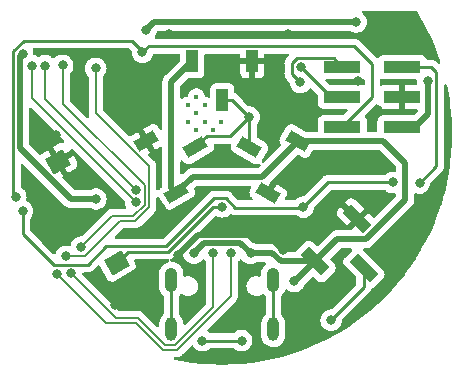
<source format=gbr>
%TF.GenerationSoftware,KiCad,Pcbnew,(6.0.4)*%
%TF.CreationDate,2023-03-23T02:18:42+01:00*%
%TF.ProjectId,FabLight,4661624c-6967-4687-942e-6b696361645f,rev?*%
%TF.SameCoordinates,Original*%
%TF.FileFunction,Copper,L2,Bot*%
%TF.FilePolarity,Positive*%
%FSLAX46Y46*%
G04 Gerber Fmt 4.6, Leading zero omitted, Abs format (unit mm)*
G04 Created by KiCad (PCBNEW (6.0.4)) date 2023-03-23 02:18:42*
%MOMM*%
%LPD*%
G01*
G04 APERTURE LIST*
G04 Aperture macros list*
%AMRotRect*
0 Rectangle, with rotation*
0 The origin of the aperture is its center*
0 $1 length*
0 $2 width*
0 $3 Rotation angle, in degrees counterclockwise*
0 Add horizontal line*
21,1,$1,$2,0,0,$3*%
G04 Aperture macros list end*
%TA.AperFunction,ComponentPad*%
%ADD10C,0.400000*%
%TD*%
%TA.AperFunction,ComponentPad*%
%ADD11O,1.050000X2.100000*%
%TD*%
%TA.AperFunction,ComponentPad*%
%ADD12O,1.000000X2.000000*%
%TD*%
%TA.AperFunction,SMDPad,CuDef*%
%ADD13RotRect,1.900000X1.000000X30.000000*%
%TD*%
%TA.AperFunction,SMDPad,CuDef*%
%ADD14RotRect,2.510000X1.000000X315.000000*%
%TD*%
%TA.AperFunction,SMDPad,CuDef*%
%ADD15RotRect,1.700000X1.500000X30.000000*%
%TD*%
%TA.AperFunction,SMDPad,CuDef*%
%ADD16RotRect,1.900000X1.000000X150.000000*%
%TD*%
%TA.AperFunction,SMDPad,CuDef*%
%ADD17R,3.150000X1.000000*%
%TD*%
%TA.AperFunction,SMDPad,CuDef*%
%ADD18R,1.000000X1.900000*%
%TD*%
%TA.AperFunction,ViaPad*%
%ADD19C,0.800000*%
%TD*%
%TA.AperFunction,Conductor*%
%ADD20C,0.508000*%
%TD*%
%TA.AperFunction,Conductor*%
%ADD21C,0.250000*%
%TD*%
%TA.AperFunction,Conductor*%
%ADD22C,0.200000*%
%TD*%
G04 APERTURE END LIST*
D10*
%TO.P,U2,*%
%TO.N,*%
X35928224Y-36636597D03*
%TO.P,U2,41_10*%
%TO.N,N/C*%
X36628224Y-35936597D03*
%TO.P,U2,41_11*%
X35228224Y-35936597D03*
%TO.P,U2,41_13*%
X35228224Y-37336597D03*
%TO.P,U2,41_14*%
X36628224Y-37336597D03*
%TO.P,U2,41_15*%
X38028224Y-37336597D03*
%TO.P,U2,41_16*%
X35928224Y-35236597D03*
%TO.P,U2,41_20*%
X35928224Y-38036597D03*
%TO.P,U2,41_21*%
X37328224Y-38036597D03*
%TD*%
D11*
%TO.P,J4,S1,SHELL_GND*%
%TO.N,Net-(J4-PadS1)*%
X33798816Y-50759386D03*
D12*
%TO.P,J4,S2,SHELL_GND*%
X33798816Y-54939386D03*
%TO.P,J4,S3,SHELL_GND*%
X42438816Y-54939386D03*
D11*
%TO.P,J4,S4,SHELL_GND*%
X42438816Y-50759386D03*
%TD*%
D13*
%TO.P,J1,1,Pin_1*%
%TO.N,+5V*%
X34245132Y-43374794D03*
%TO.P,J1,2,Pin_2*%
%TO.N,LED*%
X35833016Y-39525089D03*
%TO.P,J1,3,Pin_3*%
%TO.N,GND*%
X31705132Y-38975384D03*
%TD*%
D14*
%TO.P,J6,1,Pin_1*%
%TO.N,+5V*%
X45970064Y-49181136D03*
%TO.P,J6,2,Pin_2*%
%TO.N,Net-(D1-Pad2)*%
X50106639Y-49725608D03*
%TO.P,J6,3,Pin_3*%
%TO.N,GND*%
X49562167Y-45589033D03*
%TD*%
D15*
%TO.P,LS1,N*%
%TO.N,GND*%
X24221103Y-40727360D03*
%TO.P,LS1,P*%
%TO.N,BUZZER*%
X29171103Y-49301012D03*
%TD*%
D16*
%TO.P,J3,1,Pin_1*%
%TO.N,+5V*%
X44546902Y-38979101D03*
%TO.P,J3,2,Pin_2*%
%TO.N,LED*%
X40419018Y-39528806D03*
%TO.P,J3,3,Pin_3*%
%TO.N,GND*%
X42006902Y-43378511D03*
%TD*%
D17*
%TO.P,J5,1,Pin_1*%
%TO.N,ESP_EN*%
X48293412Y-37798534D03*
%TO.P,J5,2,Pin_2*%
%TO.N,+3V3*%
X53343412Y-37798534D03*
%TO.P,J5,3,Pin_3*%
%TO.N,ESP_TX*%
X48293412Y-35258534D03*
%TO.P,J5,4,Pin_4*%
%TO.N,GND*%
X53343412Y-35258534D03*
%TO.P,J5,5,Pin_5*%
%TO.N,ESP_RX*%
X48293412Y-32718534D03*
%TO.P,J5,6,Pin_6*%
%TO.N,ESP_IO0*%
X53343412Y-32718534D03*
%TD*%
D18*
%TO.P,J2,1,Pin_1*%
%TO.N,+5V*%
X35588224Y-32215138D03*
%TO.P,J2,2,Pin_2*%
%TO.N,LED*%
X38128224Y-35515138D03*
%TO.P,J2,3,Pin_3*%
%TO.N,GND*%
X40668224Y-32215138D03*
%TD*%
D19*
%TO.N,+5V*%
X44212690Y-50867507D03*
X40513163Y-48476967D03*
X35729638Y-48476967D03*
%TO.N,GND*%
X55221631Y-45362490D03*
X31221425Y-32934316D03*
X43297522Y-48209170D03*
X33601689Y-29914298D03*
X26336634Y-46107971D03*
X38004706Y-32209888D03*
X39160187Y-40570804D03*
X29066958Y-52907830D03*
X49587393Y-33908750D03*
X32950804Y-44672760D03*
X43724864Y-29933114D03*
X51287335Y-36356759D03*
X51590083Y-40827759D03*
X50164426Y-30371283D03*
X46114536Y-52832565D03*
X45700577Y-55956073D03*
X24024186Y-38456903D03*
X34397570Y-48593365D03*
X31400180Y-36575272D03*
X43950660Y-41655676D03*
%TO.N,+3V3*%
X27423798Y-43884363D03*
X55532376Y-33865924D03*
X49464850Y-28899025D03*
X31683435Y-29557596D03*
X21217493Y-31592590D03*
%TO.N,ESP_EN*%
X20639877Y-43687838D03*
X31363356Y-31457640D03*
%TO.N,Net-(D1-Pad2)*%
X47337526Y-54151596D03*
%TO.N,ESP_TX*%
X44748025Y-32712060D03*
%TO.N,ESP_RX*%
X44735481Y-34016658D03*
%TO.N,ESP_IO0*%
X44994728Y-44576588D03*
X21214415Y-44925532D03*
X54826286Y-42540245D03*
X52568329Y-42490068D03*
%TO.N,ESP_D+*%
X23123428Y-32593496D03*
X30837567Y-43159656D03*
%TO.N,USB_D+*%
X24145579Y-50204352D03*
X27407073Y-32824554D03*
X38863802Y-48486290D03*
X24875930Y-48739754D03*
%TO.N,ESP_D-*%
X21969361Y-32593496D03*
X30799877Y-44158448D03*
%TO.N,USB_D-*%
X25312190Y-50191807D03*
X37369648Y-48469564D03*
X26174954Y-47970089D03*
X24609714Y-32586214D03*
%TO.N,Net-(J4-PadS1)*%
X36446457Y-55880000D03*
X39766490Y-55888362D03*
%TO.N,BUZZER*%
X38122300Y-44549207D03*
%TO.N,LED*%
X40380753Y-36935277D03*
%TD*%
D20*
%TO.N,+5V*%
X34245132Y-43374794D02*
X35602948Y-42016978D01*
X53608889Y-43958523D02*
X53608889Y-40843540D01*
X43062440Y-49181136D02*
X42358271Y-48476967D01*
X50283887Y-47283525D02*
X53608889Y-43958523D01*
X42358271Y-48476967D02*
X40513163Y-48476967D01*
X33809476Y-33993886D02*
X33809476Y-42939138D01*
X44212690Y-50867507D02*
X44283693Y-50867507D01*
X53608889Y-40843540D02*
X51744450Y-38979101D01*
X33809476Y-42939138D02*
X34245132Y-43374794D01*
X45970064Y-49181136D02*
X47867675Y-47283525D01*
X44283693Y-50867507D02*
X45970064Y-49181136D01*
X51744450Y-38979101D02*
X44546902Y-38979101D01*
X35729638Y-48476967D02*
X36590552Y-47616053D01*
X45970064Y-49181136D02*
X43062440Y-49181136D01*
X39652249Y-47616053D02*
X40513163Y-48476967D01*
X36590552Y-47616053D02*
X39652249Y-47616053D01*
X41509025Y-42016978D02*
X44546902Y-38979101D01*
X35588224Y-32215138D02*
X33809476Y-33993886D01*
X47867675Y-47283525D02*
X50283887Y-47283525D01*
X35602948Y-42016978D02*
X41509025Y-42016978D01*
%TO.N,GND*%
X43297522Y-48209170D02*
X41996885Y-46908533D01*
X36082402Y-46908533D02*
X34397570Y-48593365D01*
X41996885Y-46908533D02*
X36082402Y-46908533D01*
%TO.N,+3V3*%
X21000000Y-31810083D02*
X21217493Y-31592590D01*
X27423798Y-43884363D02*
X25301091Y-43884363D01*
X32342006Y-28899025D02*
X31683435Y-29557596D01*
X54418412Y-37798534D02*
X53343412Y-37798534D01*
X25301091Y-43884363D02*
X21000000Y-39583272D01*
X55532376Y-33865924D02*
X55532376Y-36684570D01*
X49464850Y-28899025D02*
X32342006Y-28899025D01*
X21000000Y-39583272D02*
X21000000Y-31810083D01*
X55532376Y-36684570D02*
X54418412Y-37798534D01*
D21*
%TO.N,ESP_EN*%
X50800000Y-32501100D02*
X50800000Y-35291946D01*
X50800000Y-35291946D02*
X48293412Y-37798534D01*
X49239527Y-30940627D02*
X50800000Y-32501100D01*
X21305469Y-30480000D02*
X20421480Y-31363989D01*
X31363356Y-31457640D02*
X31363356Y-31363356D01*
X31363356Y-31363356D02*
X30480000Y-30480000D01*
X20421480Y-31363989D02*
X20421480Y-43469441D01*
X30480000Y-30480000D02*
X21305469Y-30480000D01*
X31363356Y-31457640D02*
X31880369Y-30940627D01*
X20421480Y-43469441D02*
X20639877Y-43687838D01*
X31880369Y-30940627D02*
X49239527Y-30940627D01*
%TO.N,Net-(D1-Pad2)*%
X47337526Y-54151596D02*
X50106639Y-51382483D01*
X50106639Y-51382483D02*
X50106639Y-49725608D01*
%TO.N,ESP_TX*%
X47294499Y-35258534D02*
X48293412Y-35258534D01*
X44748025Y-32712060D02*
X47294499Y-35258534D01*
%TO.N,ESP_RX*%
X44023514Y-33304691D02*
X44023514Y-32411957D01*
X44447922Y-31987549D02*
X47562427Y-31987549D01*
X44735481Y-34016658D02*
X44023514Y-33304691D01*
X44023514Y-32411957D02*
X44447922Y-31987549D01*
X47562427Y-31987549D02*
X48293412Y-32718534D01*
%TO.N,ESP_IO0*%
X26730604Y-49464254D02*
X28292885Y-47901973D01*
X56256887Y-41109644D02*
X54826286Y-42540245D01*
X53343412Y-32718534D02*
X55802481Y-32718534D01*
X55802481Y-32718534D02*
X56256887Y-33172940D01*
X21214415Y-44925532D02*
X21214415Y-46834140D01*
X52568329Y-42490068D02*
X47081248Y-42490068D01*
X39208751Y-44611044D02*
X44960272Y-44611044D01*
X23844529Y-49464254D02*
X26730604Y-49464254D01*
X37455304Y-43824696D02*
X38422403Y-43824696D01*
X33378027Y-47901973D02*
X37455304Y-43824696D01*
X44960272Y-44611044D02*
X44994728Y-44576588D01*
X21214415Y-46834140D02*
X23844529Y-49464254D01*
X47081248Y-42490068D02*
X44994728Y-44576588D01*
X56256887Y-33172940D02*
X56256887Y-41109644D01*
X38422403Y-43824696D02*
X39208751Y-44611044D01*
X28292885Y-47901973D02*
X33378027Y-47901973D01*
D22*
%TO.N,ESP_D+*%
X23123428Y-35445517D02*
X30837567Y-43159656D01*
X23123428Y-32593496D02*
X23123428Y-35445517D01*
%TO.N,USB_D+*%
X24145579Y-50229440D02*
X28315659Y-54399520D01*
X38863802Y-52070098D02*
X38863802Y-48486290D01*
X33073420Y-56638426D02*
X34295475Y-56638425D01*
X28315659Y-54399520D02*
X30834514Y-54399520D01*
X29480650Y-45757626D02*
X30754965Y-45757625D01*
X31936598Y-44575992D02*
X31936597Y-43442200D01*
X30754965Y-45757625D02*
X31936598Y-44575992D01*
X31936597Y-43442200D02*
X31936597Y-41111170D01*
X24145579Y-50204352D02*
X24145579Y-50229440D01*
X30834514Y-54399520D02*
X33073420Y-56638426D01*
X27407073Y-36581646D02*
X27407073Y-32824554D01*
X24875930Y-48739754D02*
X26498522Y-48739754D01*
X31936597Y-41111170D02*
X27407073Y-36581646D01*
X26498522Y-48739754D02*
X29480650Y-45757626D01*
X34295475Y-56638425D02*
X38863802Y-52070098D01*
%TO.N,ESP_D-*%
X30799877Y-44158448D02*
X21969361Y-35327932D01*
X21969361Y-35327932D02*
X21969361Y-32593496D01*
%TO.N,USB_D-*%
X31537078Y-44410506D02*
X31537078Y-42734066D01*
X29120383Y-54000000D02*
X31000000Y-54000000D01*
X37369648Y-52999246D02*
X37369648Y-48469564D01*
X34129988Y-56238906D02*
X37369648Y-52999246D01*
X30589478Y-45358106D02*
X31537078Y-44410506D01*
X28786937Y-45358106D02*
X30589478Y-45358106D01*
X24609714Y-35806702D02*
X24609714Y-32586214D01*
X26174954Y-47970089D02*
X28786937Y-45358106D01*
X31000000Y-54000000D02*
X33238906Y-56238906D01*
X31537078Y-42734066D02*
X24609714Y-35806702D01*
X25312190Y-50191807D02*
X29120383Y-54000000D01*
X33238906Y-56238906D02*
X34129988Y-56238906D01*
D21*
%TO.N,Net-(J4-PadS1)*%
X39766490Y-55888362D02*
X39758128Y-55880000D01*
X33798816Y-50759386D02*
X33798816Y-54939386D01*
X42438816Y-50759386D02*
X42438816Y-54939386D01*
X39758128Y-55880000D02*
X36446457Y-55880000D01*
%TO.N,BUZZER*%
X38122300Y-44549207D02*
X37366510Y-44549207D01*
X37366510Y-44549207D02*
X33564224Y-48351493D01*
X30120622Y-48351493D02*
X29171103Y-49301012D01*
X33564224Y-48351493D02*
X30120622Y-48351493D01*
%TO.N,LED*%
X40380753Y-36935277D02*
X38960614Y-35515138D01*
X36796997Y-38561108D02*
X35833016Y-39525089D01*
X40419018Y-36973542D02*
X40380753Y-36935277D01*
X40419018Y-39528806D02*
X40419018Y-36973542D01*
X40380753Y-36935277D02*
X38754922Y-38561108D01*
X38754922Y-38561108D02*
X36796997Y-38561108D01*
X38960614Y-35515138D02*
X38128224Y-35515138D01*
%TD*%
%TA.AperFunction,Conductor*%
%TO.N,GND*%
G36*
X57098899Y-34183371D02*
G01*
X57137283Y-34243097D01*
X57139966Y-34254014D01*
X57294841Y-35032629D01*
X57295796Y-35038042D01*
X57371400Y-35529246D01*
X57423922Y-35870479D01*
X57424332Y-35873146D01*
X57425049Y-35878595D01*
X57516223Y-36711099D01*
X57517029Y-36718462D01*
X57517508Y-36723938D01*
X57547938Y-37188218D01*
X57572002Y-37555351D01*
X57572768Y-37567045D01*
X57573008Y-37572531D01*
X57576218Y-37719658D01*
X57591440Y-38417251D01*
X57591440Y-38422749D01*
X57573044Y-39265833D01*
X57573008Y-39267463D01*
X57572768Y-39272950D01*
X57526138Y-39984393D01*
X57517509Y-40116051D01*
X57517030Y-40121523D01*
X57440232Y-40822768D01*
X57425049Y-40961403D01*
X57424332Y-40966854D01*
X57295796Y-41801958D01*
X57294841Y-41807371D01*
X57244034Y-42062798D01*
X57149065Y-42540245D01*
X57130011Y-42636035D01*
X57128824Y-42641388D01*
X56942686Y-43402069D01*
X56927994Y-43462111D01*
X56926572Y-43467415D01*
X56799720Y-43902628D01*
X56690144Y-44278565D01*
X56688491Y-44283808D01*
X56657233Y-44375891D01*
X56422062Y-45068686D01*
X56416905Y-45083877D01*
X56415030Y-45089028D01*
X56221742Y-45586068D01*
X56108793Y-45876516D01*
X56106689Y-45881595D01*
X55766406Y-46654945D01*
X55764083Y-46659927D01*
X55390395Y-47417692D01*
X55387857Y-47422569D01*
X55227526Y-47714815D01*
X54981439Y-48163372D01*
X54978722Y-48168077D01*
X54540391Y-48890424D01*
X54537437Y-48895060D01*
X54499723Y-48951503D01*
X54068018Y-49597596D01*
X54064889Y-49602065D01*
X53774055Y-49998713D01*
X53565265Y-50283466D01*
X53561918Y-50287827D01*
X53033090Y-50946733D01*
X53029557Y-50950945D01*
X52876618Y-51125339D01*
X52511022Y-51542222D01*
X52472453Y-51586201D01*
X52468742Y-51590251D01*
X52290919Y-51776007D01*
X51884473Y-52200586D01*
X51880586Y-52204473D01*
X51297008Y-52763128D01*
X51270254Y-52788739D01*
X51266201Y-52792453D01*
X50630945Y-53349557D01*
X50626733Y-53353090D01*
X49967827Y-53881918D01*
X49963466Y-53885265D01*
X49282065Y-54384889D01*
X49277596Y-54388018D01*
X48820113Y-54693698D01*
X48575060Y-54857437D01*
X48570436Y-54860383D01*
X47848077Y-55298722D01*
X47843372Y-55301439D01*
X47494867Y-55492635D01*
X47102569Y-55707857D01*
X47097692Y-55710395D01*
X46339927Y-56084083D01*
X46334945Y-56086406D01*
X46078034Y-56199450D01*
X45561585Y-56426693D01*
X45556526Y-56428789D01*
X44769028Y-56735030D01*
X44763892Y-56736900D01*
X44174986Y-56936806D01*
X43963808Y-57008491D01*
X43958565Y-57010144D01*
X43147420Y-57246571D01*
X43142115Y-57247993D01*
X42321388Y-57448824D01*
X42316050Y-57450008D01*
X41908286Y-57531117D01*
X41487371Y-57614841D01*
X41481958Y-57615796D01*
X40646854Y-57744332D01*
X40641405Y-57745049D01*
X39801523Y-57837030D01*
X39796055Y-57837509D01*
X38952950Y-57892768D01*
X38947469Y-57893008D01*
X38195060Y-57909426D01*
X38102749Y-57911440D01*
X38097251Y-57911440D01*
X38004940Y-57909426D01*
X37252531Y-57893008D01*
X37247050Y-57892768D01*
X36403945Y-57837509D01*
X36398477Y-57837030D01*
X35558595Y-57745049D01*
X35553146Y-57744332D01*
X34718042Y-57615796D01*
X34712629Y-57614841D01*
X34117704Y-57496504D01*
X34054794Y-57463597D01*
X34019662Y-57401902D01*
X34023462Y-57331007D01*
X34064987Y-57273421D01*
X34131054Y-57247427D01*
X34142283Y-57246925D01*
X34247339Y-57246925D01*
X34263784Y-57248003D01*
X34295475Y-57252175D01*
X34303664Y-57251097D01*
X34335349Y-57246926D01*
X34335359Y-57246925D01*
X34335360Y-57246925D01*
X34434932Y-57233816D01*
X34446139Y-57232341D01*
X34446141Y-57232340D01*
X34454326Y-57231263D01*
X34602351Y-57169949D01*
X34697547Y-57096902D01*
X34697550Y-57096899D01*
X34729462Y-57072412D01*
X34734492Y-57065857D01*
X34748927Y-57047046D01*
X34759794Y-57034655D01*
X35470550Y-56323899D01*
X35532862Y-56289873D01*
X35603677Y-56294938D01*
X35660513Y-56337485D01*
X35668756Y-56349982D01*
X35707417Y-56416944D01*
X35711835Y-56421851D01*
X35711836Y-56421852D01*
X35721943Y-56433077D01*
X35835204Y-56558866D01*
X35989705Y-56671118D01*
X35995733Y-56673802D01*
X35995735Y-56673803D01*
X36158138Y-56746109D01*
X36164169Y-56748794D01*
X36257569Y-56768647D01*
X36344513Y-56787128D01*
X36344518Y-56787128D01*
X36350970Y-56788500D01*
X36541944Y-56788500D01*
X36548396Y-56787128D01*
X36548401Y-56787128D01*
X36635344Y-56768647D01*
X36728745Y-56748794D01*
X36734776Y-56746109D01*
X36897179Y-56673803D01*
X36897181Y-56673802D01*
X36903209Y-56671118D01*
X37057710Y-56558866D01*
X37062125Y-56553963D01*
X37067037Y-56549540D01*
X37068162Y-56550789D01*
X37121471Y-56517949D01*
X37154657Y-56513500D01*
X39050761Y-56513500D01*
X39118882Y-56533502D01*
X39144397Y-56555189D01*
X39155237Y-56567228D01*
X39176819Y-56582908D01*
X39298229Y-56671118D01*
X39309738Y-56679480D01*
X39315766Y-56682164D01*
X39315768Y-56682165D01*
X39468502Y-56750166D01*
X39484202Y-56757156D01*
X39577603Y-56777009D01*
X39664546Y-56795490D01*
X39664551Y-56795490D01*
X39671003Y-56796862D01*
X39861977Y-56796862D01*
X39868429Y-56795490D01*
X39868434Y-56795490D01*
X39955377Y-56777009D01*
X40048778Y-56757156D01*
X40064478Y-56750166D01*
X40217212Y-56682165D01*
X40217214Y-56682164D01*
X40223242Y-56679480D01*
X40234752Y-56671118D01*
X40311008Y-56615714D01*
X40377743Y-56567228D01*
X40426120Y-56513500D01*
X40501111Y-56430214D01*
X40501112Y-56430213D01*
X40505530Y-56425306D01*
X40583534Y-56290199D01*
X40597713Y-56265641D01*
X40597714Y-56265640D01*
X40601017Y-56259918D01*
X40660032Y-56078290D01*
X40667577Y-56006509D01*
X40679304Y-55894927D01*
X40679994Y-55888362D01*
X40674147Y-55832730D01*
X40660722Y-55704997D01*
X40660722Y-55704995D01*
X40660032Y-55698434D01*
X40601017Y-55516806D01*
X40589097Y-55496159D01*
X40508831Y-55357136D01*
X40505530Y-55351418D01*
X40409580Y-55244854D01*
X40382165Y-55214407D01*
X40382164Y-55214406D01*
X40377743Y-55209496D01*
X40223242Y-55097244D01*
X40217214Y-55094560D01*
X40217212Y-55094559D01*
X40054809Y-55022253D01*
X40054808Y-55022253D01*
X40048778Y-55019568D01*
X39955377Y-54999715D01*
X39868434Y-54981234D01*
X39868429Y-54981234D01*
X39861977Y-54979862D01*
X39671003Y-54979862D01*
X39664551Y-54981234D01*
X39664546Y-54981234D01*
X39577603Y-54999715D01*
X39484202Y-55019568D01*
X39478172Y-55022253D01*
X39478171Y-55022253D01*
X39315768Y-55094559D01*
X39315766Y-55094560D01*
X39309738Y-55097244D01*
X39304397Y-55101124D01*
X39304396Y-55101125D01*
X39177292Y-55193472D01*
X39155237Y-55209496D01*
X39151016Y-55214184D01*
X39087104Y-55244854D01*
X39066804Y-55246500D01*
X37154657Y-55246500D01*
X37086536Y-55226498D01*
X37067310Y-55210157D01*
X37067037Y-55210460D01*
X37062126Y-55206038D01*
X37057710Y-55201134D01*
X36908087Y-55092426D01*
X36864734Y-55036203D01*
X36858659Y-54965467D01*
X36893054Y-54901395D01*
X39260036Y-52534413D01*
X39272427Y-52523546D01*
X39291239Y-52509111D01*
X39297789Y-52504085D01*
X39322276Y-52472173D01*
X39322282Y-52472167D01*
X39390298Y-52383527D01*
X39390299Y-52383525D01*
X39395326Y-52376974D01*
X39456640Y-52228949D01*
X39460113Y-52202572D01*
X39466590Y-52153368D01*
X39466590Y-52153367D01*
X39472302Y-52109983D01*
X39472302Y-52109978D01*
X39476474Y-52078287D01*
X39477552Y-52070098D01*
X39473380Y-52038405D01*
X39472302Y-52021962D01*
X39472302Y-49216580D01*
X39492304Y-49148459D01*
X39504666Y-49132270D01*
X39599044Y-49027452D01*
X39659489Y-48990212D01*
X39730473Y-48991564D01*
X39786313Y-49027449D01*
X39901910Y-49155833D01*
X39963569Y-49200631D01*
X40049835Y-49263307D01*
X40056411Y-49268085D01*
X40062439Y-49270769D01*
X40062441Y-49270770D01*
X40224844Y-49343076D01*
X40230875Y-49345761D01*
X40311837Y-49362970D01*
X40411219Y-49384095D01*
X40411224Y-49384095D01*
X40417676Y-49385467D01*
X40608650Y-49385467D01*
X40615102Y-49384095D01*
X40615107Y-49384095D01*
X40714489Y-49362970D01*
X40795451Y-49345761D01*
X40801482Y-49343076D01*
X40963885Y-49270770D01*
X40963887Y-49270769D01*
X40969915Y-49268085D01*
X40976183Y-49263531D01*
X40976809Y-49263307D01*
X40980974Y-49260903D01*
X40981414Y-49261665D01*
X41043050Y-49239673D01*
X41050244Y-49239467D01*
X41669010Y-49239467D01*
X41737131Y-49259469D01*
X41783624Y-49313125D01*
X41793728Y-49383399D01*
X41764234Y-49447979D01*
X41747964Y-49463662D01*
X41712215Y-49492405D01*
X41581935Y-49647667D01*
X41578971Y-49653059D01*
X41578968Y-49653063D01*
X41549804Y-49706113D01*
X41484293Y-49825277D01*
X41423009Y-50018470D01*
X41422323Y-50024587D01*
X41422322Y-50024591D01*
X41415801Y-50082728D01*
X41405316Y-50176203D01*
X41405316Y-50336660D01*
X41385314Y-50404781D01*
X41331658Y-50451274D01*
X41261384Y-50461378D01*
X41251830Y-50459626D01*
X41107310Y-50427322D01*
X41107311Y-50427322D01*
X41102273Y-50426196D01*
X41096728Y-50425886D01*
X40963572Y-50425886D01*
X40828779Y-50440529D01*
X40745425Y-50468581D01*
X40663612Y-50496114D01*
X40663610Y-50496115D01*
X40657141Y-50498292D01*
X40501911Y-50591563D01*
X40496954Y-50596251D01*
X40496951Y-50596253D01*
X40375289Y-50711304D01*
X40370331Y-50715993D01*
X40366499Y-50721631D01*
X40366496Y-50721635D01*
X40287234Y-50838265D01*
X40268539Y-50865774D01*
X40201286Y-51033920D01*
X40200172Y-51040648D01*
X40200171Y-51040652D01*
X40176477Y-51183777D01*
X40171708Y-51212584D01*
X40172065Y-51219401D01*
X40172065Y-51219405D01*
X40176967Y-51312925D01*
X40181186Y-51393433D01*
X40182997Y-51400006D01*
X40182997Y-51400009D01*
X40224016Y-51548927D01*
X40229277Y-51568027D01*
X40313738Y-51728222D01*
X40318143Y-51733435D01*
X40318146Y-51733439D01*
X40426222Y-51861329D01*
X40426226Y-51861333D01*
X40430629Y-51866543D01*
X40436053Y-51870690D01*
X40436054Y-51870691D01*
X40569073Y-51972392D01*
X40569076Y-51972394D01*
X40574494Y-51976536D01*
X40673403Y-52022658D01*
X40732447Y-52050191D01*
X40732450Y-52050192D01*
X40738624Y-52053071D01*
X40745272Y-52054557D01*
X40745275Y-52054558D01*
X40851237Y-52078243D01*
X40915359Y-52092576D01*
X40920904Y-52092886D01*
X41054060Y-52092886D01*
X41188853Y-52078243D01*
X41331526Y-52030228D01*
X41354020Y-52022658D01*
X41354022Y-52022657D01*
X41360491Y-52020480D01*
X41498452Y-51937585D01*
X41567142Y-51919646D01*
X41634629Y-51941693D01*
X41660987Y-51965953D01*
X41698031Y-52011374D01*
X41698034Y-52011377D01*
X41701926Y-52016149D01*
X41706673Y-52020076D01*
X41706675Y-52020078D01*
X41718945Y-52030228D01*
X41759039Y-52063396D01*
X41759631Y-52063886D01*
X41799369Y-52122719D01*
X41805316Y-52160971D01*
X41805316Y-53594262D01*
X41785314Y-53662383D01*
X41758272Y-53692455D01*
X41729791Y-53715354D01*
X41602662Y-53866860D01*
X41599695Y-53872258D01*
X41599691Y-53872263D01*
X41550541Y-53961668D01*
X41507383Y-54040173D01*
X41505522Y-54046040D01*
X41505521Y-54046042D01*
X41477534Y-54134268D01*
X41447581Y-54228692D01*
X41430316Y-54382613D01*
X41430316Y-55489155D01*
X41430616Y-55492211D01*
X41430616Y-55492218D01*
X41436353Y-55550726D01*
X41444736Y-55636219D01*
X41501900Y-55825555D01*
X41594750Y-56000182D01*
X41663178Y-56084083D01*
X41715856Y-56148673D01*
X41715859Y-56148676D01*
X41719751Y-56153448D01*
X41724498Y-56157375D01*
X41724500Y-56157377D01*
X41867391Y-56275587D01*
X41867395Y-56275589D01*
X41872141Y-56279516D01*
X42046115Y-56373584D01*
X42235048Y-56432068D01*
X42241173Y-56432712D01*
X42241174Y-56432712D01*
X42425612Y-56452097D01*
X42425614Y-56452097D01*
X42431741Y-56452741D01*
X42514240Y-56445233D01*
X42622565Y-56435375D01*
X42622568Y-56435374D01*
X42628704Y-56434816D01*
X42634610Y-56433078D01*
X42634614Y-56433077D01*
X42739740Y-56402137D01*
X42818435Y-56378976D01*
X42823893Y-56376123D01*
X42823897Y-56376121D01*
X42923787Y-56323899D01*
X42993706Y-56287346D01*
X43147841Y-56163418D01*
X43274970Y-56011912D01*
X43277937Y-56006514D01*
X43277941Y-56006509D01*
X43367283Y-55843994D01*
X43370249Y-55838599D01*
X43372662Y-55830994D01*
X43428189Y-55655950D01*
X43428189Y-55655949D01*
X43430051Y-55650080D01*
X43447316Y-55496159D01*
X43447316Y-54389617D01*
X43446852Y-54384877D01*
X43433497Y-54248687D01*
X43432896Y-54242553D01*
X43375732Y-54053217D01*
X43282882Y-53878590D01*
X43207632Y-53786325D01*
X43161776Y-53730099D01*
X43161773Y-53730096D01*
X43157881Y-53725324D01*
X43151540Y-53720078D01*
X43118000Y-53692331D01*
X43078262Y-53633497D01*
X43072316Y-53595247D01*
X43072316Y-52161592D01*
X43092318Y-52093471D01*
X43119363Y-52063396D01*
X43160616Y-52030228D01*
X43160621Y-52030223D01*
X43165417Y-52026367D01*
X43295697Y-51871105D01*
X43298661Y-51865713D01*
X43298664Y-51865709D01*
X43390372Y-51698892D01*
X43393339Y-51693495D01*
X43417420Y-51617581D01*
X43457083Y-51558697D01*
X43522285Y-51530605D01*
X43592325Y-51542222D01*
X43611579Y-51553742D01*
X43755938Y-51658625D01*
X43761966Y-51661309D01*
X43761968Y-51661310D01*
X43924371Y-51733616D01*
X43930402Y-51736301D01*
X43998873Y-51750855D01*
X44110746Y-51774635D01*
X44110751Y-51774635D01*
X44117203Y-51776007D01*
X44308177Y-51776007D01*
X44314629Y-51774635D01*
X44314634Y-51774635D01*
X44426507Y-51750855D01*
X44494978Y-51736301D01*
X44501009Y-51733616D01*
X44663412Y-51661310D01*
X44663414Y-51661309D01*
X44669442Y-51658625D01*
X44823943Y-51546373D01*
X44855708Y-51511094D01*
X44947311Y-51409359D01*
X44947312Y-51409358D01*
X44951730Y-51404451D01*
X45047217Y-51239063D01*
X45049258Y-51232782D01*
X45065181Y-51183777D01*
X45095919Y-51133619D01*
X45707021Y-50522517D01*
X45769333Y-50488491D01*
X45840148Y-50493556D01*
X45885211Y-50522517D01*
X46178402Y-50815708D01*
X46181064Y-50817848D01*
X46220992Y-50849952D01*
X46220995Y-50849954D01*
X46227148Y-50854901D01*
X46234336Y-50858169D01*
X46343582Y-50907840D01*
X46359743Y-50915188D01*
X46368626Y-50916460D01*
X46368629Y-50916461D01*
X46495041Y-50934564D01*
X46503930Y-50935837D01*
X46512819Y-50934564D01*
X46639230Y-50916461D01*
X46639233Y-50916460D01*
X46648116Y-50915188D01*
X46664278Y-50907840D01*
X46720089Y-50882464D01*
X46780712Y-50854901D01*
X46786865Y-50849954D01*
X46786868Y-50849952D01*
X46826796Y-50817848D01*
X46829458Y-50815708D01*
X47604636Y-50040530D01*
X47638258Y-49998713D01*
X47638880Y-49997940D01*
X47638882Y-49997937D01*
X47643829Y-49991784D01*
X47704116Y-49859188D01*
X47706214Y-49844544D01*
X47723492Y-49723891D01*
X47724765Y-49715002D01*
X47723184Y-49703964D01*
X47705389Y-49579701D01*
X47705388Y-49579698D01*
X47704116Y-49570815D01*
X47688229Y-49535872D01*
X47647097Y-49445408D01*
X47643829Y-49438220D01*
X47638882Y-49432067D01*
X47638880Y-49432064D01*
X47606776Y-49392136D01*
X47604636Y-49389474D01*
X47311445Y-49096283D01*
X47277419Y-49033971D01*
X47282484Y-48963156D01*
X47311445Y-48918093D01*
X48146608Y-48082930D01*
X48208920Y-48048904D01*
X48235703Y-48046025D01*
X48988066Y-48046025D01*
X49056187Y-48066027D01*
X49102680Y-48119683D01*
X49112784Y-48189957D01*
X49083290Y-48254537D01*
X49077161Y-48261120D01*
X48472067Y-48866214D01*
X48469927Y-48868876D01*
X48437823Y-48908804D01*
X48437821Y-48908807D01*
X48432874Y-48914960D01*
X48417148Y-48949548D01*
X48376975Y-49037906D01*
X48372587Y-49047556D01*
X48371315Y-49056439D01*
X48371314Y-49056442D01*
X48356524Y-49159716D01*
X48351938Y-49191742D01*
X48353211Y-49200631D01*
X48364572Y-49279960D01*
X48372587Y-49335929D01*
X48376301Y-49344097D01*
X48376301Y-49344098D01*
X48391424Y-49377359D01*
X48432874Y-49468524D01*
X48437821Y-49474677D01*
X48437823Y-49474680D01*
X48448972Y-49488546D01*
X48472067Y-49517270D01*
X49436234Y-50481437D01*
X49470260Y-50543749D01*
X49473139Y-50570532D01*
X49473139Y-51067888D01*
X49453137Y-51136009D01*
X49436234Y-51156983D01*
X47387026Y-53206191D01*
X47324714Y-53240217D01*
X47297931Y-53243096D01*
X47242039Y-53243096D01*
X47235587Y-53244468D01*
X47235582Y-53244468D01*
X47148638Y-53262949D01*
X47055238Y-53282802D01*
X47049208Y-53285487D01*
X47049207Y-53285487D01*
X46886804Y-53357793D01*
X46886802Y-53357794D01*
X46880774Y-53360478D01*
X46726273Y-53472730D01*
X46721852Y-53477640D01*
X46721851Y-53477641D01*
X46661964Y-53544153D01*
X46598486Y-53614652D01*
X46553638Y-53692331D01*
X46531833Y-53730099D01*
X46502999Y-53780040D01*
X46443984Y-53961668D01*
X46443294Y-53968229D01*
X46443294Y-53968231D01*
X46434362Y-54053217D01*
X46424022Y-54151596D01*
X46424712Y-54158161D01*
X46434227Y-54248687D01*
X46443984Y-54341524D01*
X46502999Y-54523152D01*
X46598486Y-54688540D01*
X46726273Y-54830462D01*
X46767467Y-54860391D01*
X46864712Y-54931044D01*
X46880774Y-54942714D01*
X46886802Y-54945398D01*
X46886804Y-54945399D01*
X47039248Y-55013271D01*
X47055238Y-55020390D01*
X47129632Y-55036203D01*
X47235582Y-55058724D01*
X47235587Y-55058724D01*
X47242039Y-55060096D01*
X47433013Y-55060096D01*
X47439465Y-55058724D01*
X47439470Y-55058724D01*
X47545420Y-55036203D01*
X47619814Y-55020390D01*
X47635804Y-55013271D01*
X47788248Y-54945399D01*
X47788250Y-54945398D01*
X47794278Y-54942714D01*
X47810341Y-54931044D01*
X47907585Y-54860391D01*
X47948779Y-54830462D01*
X48076566Y-54688540D01*
X48172053Y-54523152D01*
X48231068Y-54341524D01*
X48248433Y-54176302D01*
X48275446Y-54110646D01*
X48284648Y-54100378D01*
X50498886Y-51886140D01*
X50507176Y-51878596D01*
X50513657Y-51874483D01*
X50560298Y-51824815D01*
X50563052Y-51821974D01*
X50582773Y-51802253D01*
X50585251Y-51799058D01*
X50592957Y-51790036D01*
X50606131Y-51776007D01*
X50623225Y-51757804D01*
X50632985Y-51740051D01*
X50643838Y-51723528D01*
X50651392Y-51713789D01*
X50656252Y-51707524D01*
X50673815Y-51666940D01*
X50679022Y-51656310D01*
X50700334Y-51617543D01*
X50702305Y-51609866D01*
X50702307Y-51609861D01*
X50705371Y-51597925D01*
X50711777Y-51579213D01*
X50714005Y-51574066D01*
X50719820Y-51560628D01*
X50721060Y-51552800D01*
X50721062Y-51552793D01*
X50721418Y-51550545D01*
X50722185Y-51548927D01*
X50723272Y-51545186D01*
X50723875Y-51545361D01*
X50751831Y-51486393D01*
X50793715Y-51455557D01*
X50917287Y-51399373D01*
X50923440Y-51394426D01*
X50923443Y-51394424D01*
X50963371Y-51362320D01*
X50966033Y-51360180D01*
X51741211Y-50585002D01*
X51754667Y-50568266D01*
X51775455Y-50542412D01*
X51775457Y-50542409D01*
X51780404Y-50536256D01*
X51816235Y-50457448D01*
X51836977Y-50411829D01*
X51836977Y-50411828D01*
X51840691Y-50403660D01*
X51842035Y-50394280D01*
X51860067Y-50268363D01*
X51861340Y-50259474D01*
X51852506Y-50197787D01*
X51841964Y-50124173D01*
X51841963Y-50124170D01*
X51840691Y-50115287D01*
X51833721Y-50099956D01*
X51806701Y-50040530D01*
X51780404Y-49982692D01*
X51775457Y-49976539D01*
X51775455Y-49976536D01*
X51743351Y-49936608D01*
X51741211Y-49933946D01*
X50068385Y-48261120D01*
X50034359Y-48198808D01*
X50039424Y-48127993D01*
X50081971Y-48071157D01*
X50148491Y-48046346D01*
X50157480Y-48046025D01*
X50216511Y-48046025D01*
X50235461Y-48047458D01*
X50249860Y-48049649D01*
X50249866Y-48049649D01*
X50257095Y-48050749D01*
X50264387Y-48050156D01*
X50264390Y-48050156D01*
X50310070Y-48046440D01*
X50320285Y-48046025D01*
X50328412Y-48046025D01*
X50332048Y-48045601D01*
X50332050Y-48045601D01*
X50335502Y-48045198D01*
X50356811Y-48042714D01*
X50361131Y-48042287D01*
X50434313Y-48036334D01*
X50441275Y-48034078D01*
X50447263Y-48032882D01*
X50453220Y-48031474D01*
X50460494Y-48030626D01*
X50467376Y-48028128D01*
X50467380Y-48028127D01*
X50529494Y-48005580D01*
X50533598Y-48004170D01*
X50603462Y-47981538D01*
X50609725Y-47977738D01*
X50615267Y-47975200D01*
X50620743Y-47972458D01*
X50627628Y-47969959D01*
X50643883Y-47959302D01*
X50689019Y-47929710D01*
X50692687Y-47927395D01*
X50755468Y-47889298D01*
X50759673Y-47885584D01*
X50759676Y-47885582D01*
X50763892Y-47881858D01*
X50763918Y-47881887D01*
X50766849Y-47879287D01*
X50770203Y-47876483D01*
X50776322Y-47872471D01*
X50829876Y-47815938D01*
X50832253Y-47813497D01*
X54100417Y-44545333D01*
X54114830Y-44532946D01*
X54119961Y-44529170D01*
X54132453Y-44519977D01*
X54166868Y-44479468D01*
X54173798Y-44471952D01*
X54179542Y-44466208D01*
X54181816Y-44463334D01*
X54181822Y-44463327D01*
X54197261Y-44443812D01*
X54200052Y-44440408D01*
X54242834Y-44390051D01*
X54242837Y-44390047D01*
X54247573Y-44384472D01*
X54250901Y-44377955D01*
X54254278Y-44372891D01*
X54257505Y-44367667D01*
X54262049Y-44361923D01*
X54293131Y-44295419D01*
X54295036Y-44291522D01*
X54328432Y-44226119D01*
X54330172Y-44219005D01*
X54332308Y-44213263D01*
X54334235Y-44207472D01*
X54337333Y-44200843D01*
X54352286Y-44128954D01*
X54353256Y-44124671D01*
X54370693Y-44053411D01*
X54371389Y-44042193D01*
X54371428Y-44042195D01*
X54371661Y-44038294D01*
X54372050Y-44033935D01*
X54373541Y-44026767D01*
X54372089Y-43973094D01*
X54371435Y-43948946D01*
X54371389Y-43945537D01*
X54371389Y-43525654D01*
X54391391Y-43457533D01*
X54445047Y-43411040D01*
X54515321Y-43400936D01*
X54536324Y-43405820D01*
X54537967Y-43406354D01*
X54543998Y-43409039D01*
X54550456Y-43410412D01*
X54550457Y-43410412D01*
X54724342Y-43447373D01*
X54724347Y-43447373D01*
X54730799Y-43448745D01*
X54921773Y-43448745D01*
X54928225Y-43447373D01*
X54928230Y-43447373D01*
X55017319Y-43428436D01*
X55108574Y-43409039D01*
X55126774Y-43400936D01*
X55277008Y-43334048D01*
X55277010Y-43334047D01*
X55283038Y-43331363D01*
X55437539Y-43219111D01*
X55441961Y-43214200D01*
X55560907Y-43082097D01*
X55560908Y-43082096D01*
X55565326Y-43077189D01*
X55660813Y-42911801D01*
X55719828Y-42730173D01*
X55737193Y-42564951D01*
X55764206Y-42499295D01*
X55773408Y-42489027D01*
X56649134Y-41613301D01*
X56657424Y-41605757D01*
X56663905Y-41601644D01*
X56682758Y-41581568D01*
X56710545Y-41551977D01*
X56713300Y-41549135D01*
X56733021Y-41529414D01*
X56735499Y-41526219D01*
X56743205Y-41517197D01*
X56768045Y-41490745D01*
X56773473Y-41484965D01*
X56783233Y-41467212D01*
X56794086Y-41450689D01*
X56801640Y-41440950D01*
X56806500Y-41434685D01*
X56824063Y-41394101D01*
X56829270Y-41383471D01*
X56850582Y-41344704D01*
X56852553Y-41337027D01*
X56852555Y-41337022D01*
X56855619Y-41325086D01*
X56862025Y-41306374D01*
X56866921Y-41295061D01*
X56870068Y-41287789D01*
X56873263Y-41267621D01*
X56876984Y-41244125D01*
X56879391Y-41232504D01*
X56888415Y-41197355D01*
X56888415Y-41197354D01*
X56890387Y-41189674D01*
X56890387Y-41169413D01*
X56891938Y-41149702D01*
X56893866Y-41137529D01*
X56895106Y-41129701D01*
X56890946Y-41085690D01*
X56890387Y-41073833D01*
X56890387Y-34278595D01*
X56910389Y-34210474D01*
X56964045Y-34163981D01*
X57034319Y-34153877D01*
X57098899Y-34183371D01*
G37*
%TD.AperFunction*%
%TA.AperFunction,Conductor*%
G36*
X33496640Y-48985520D02*
G01*
X33504133Y-48987195D01*
X33512059Y-48986946D01*
X33515054Y-48987229D01*
X33580989Y-49013555D01*
X33622225Y-49071349D01*
X33625669Y-49142262D01*
X33590227Y-49203780D01*
X33538769Y-49233543D01*
X33409787Y-49271505D01*
X33404330Y-49274358D01*
X33404327Y-49274359D01*
X33319979Y-49318455D01*
X33230171Y-49365405D01*
X33072215Y-49492405D01*
X32941935Y-49647667D01*
X32938971Y-49653059D01*
X32938968Y-49653063D01*
X32909804Y-49706113D01*
X32844293Y-49825277D01*
X32783009Y-50018470D01*
X32782323Y-50024587D01*
X32782322Y-50024591D01*
X32775801Y-50082728D01*
X32765316Y-50176203D01*
X32765316Y-51335390D01*
X32780093Y-51486099D01*
X32838674Y-51680128D01*
X32933826Y-51859084D01*
X32937720Y-51863858D01*
X32937721Y-51863860D01*
X32985563Y-51922519D01*
X33061926Y-52016149D01*
X33066673Y-52020076D01*
X33066675Y-52020078D01*
X33078945Y-52030228D01*
X33119039Y-52063396D01*
X33119631Y-52063886D01*
X33159369Y-52122719D01*
X33165316Y-52160971D01*
X33165316Y-53594262D01*
X33145314Y-53662383D01*
X33118272Y-53692455D01*
X33089791Y-53715354D01*
X32962662Y-53866860D01*
X32959695Y-53872258D01*
X32959691Y-53872263D01*
X32910541Y-53961668D01*
X32867383Y-54040173D01*
X32865522Y-54046040D01*
X32865521Y-54046042D01*
X32837534Y-54134268D01*
X32807581Y-54228692D01*
X32790316Y-54382613D01*
X32790316Y-54625577D01*
X32770314Y-54693698D01*
X32716658Y-54740191D01*
X32646384Y-54750295D01*
X32581804Y-54720801D01*
X32575221Y-54714672D01*
X31464315Y-53603766D01*
X31453448Y-53591375D01*
X31439013Y-53572563D01*
X31433987Y-53566013D01*
X31402075Y-53541526D01*
X31402072Y-53541523D01*
X31306876Y-53468476D01*
X31158851Y-53407162D01*
X31150664Y-53406084D01*
X31150663Y-53406084D01*
X31139458Y-53404609D01*
X31108262Y-53400502D01*
X31039885Y-53391500D01*
X31039882Y-53391500D01*
X31039874Y-53391499D01*
X31008189Y-53387328D01*
X31000000Y-53386250D01*
X30968307Y-53390422D01*
X30951864Y-53391500D01*
X29424622Y-53391500D01*
X29356501Y-53371498D01*
X29335527Y-53354595D01*
X26293781Y-50312849D01*
X26259755Y-50250537D01*
X26264820Y-50179722D01*
X26307367Y-50122886D01*
X26373887Y-50098075D01*
X26382876Y-50097754D01*
X26651837Y-50097754D01*
X26663020Y-50098281D01*
X26670513Y-50099956D01*
X26678439Y-50099707D01*
X26678440Y-50099707D01*
X26738590Y-50097816D01*
X26742549Y-50097754D01*
X26770460Y-50097754D01*
X26774395Y-50097257D01*
X26774460Y-50097249D01*
X26786297Y-50096316D01*
X26818555Y-50095302D01*
X26822574Y-50095176D01*
X26830493Y-50094927D01*
X26849947Y-50089275D01*
X26869304Y-50085267D01*
X26881534Y-50083722D01*
X26881535Y-50083722D01*
X26889401Y-50082728D01*
X26896772Y-50079809D01*
X26896774Y-50079809D01*
X26930516Y-50066450D01*
X26941746Y-50062605D01*
X26976587Y-50052483D01*
X26976588Y-50052483D01*
X26984197Y-50050272D01*
X26991016Y-50046239D01*
X26991021Y-50046237D01*
X27001632Y-50039961D01*
X27019380Y-50031266D01*
X27038221Y-50023806D01*
X27045566Y-50018470D01*
X27073991Y-49997818D01*
X27083911Y-49991302D01*
X27115139Y-49972834D01*
X27115142Y-49972832D01*
X27121966Y-49968796D01*
X27136287Y-49954475D01*
X27151321Y-49941634D01*
X27153822Y-49939817D01*
X27167711Y-49929726D01*
X27195902Y-49895649D01*
X27203892Y-49886870D01*
X27554890Y-49535872D01*
X27617202Y-49501846D01*
X27688017Y-49506911D01*
X27744853Y-49549458D01*
X27753102Y-49561964D01*
X28393674Y-50671466D01*
X28430615Y-50721940D01*
X28436718Y-50726962D01*
X28436720Y-50726964D01*
X28447189Y-50735578D01*
X28543090Y-50814491D01*
X28551344Y-50818020D01*
X28551347Y-50818022D01*
X28605903Y-50841348D01*
X28677019Y-50871755D01*
X28821636Y-50889128D01*
X28830491Y-50887654D01*
X28830494Y-50887654D01*
X28957526Y-50866510D01*
X28957528Y-50866509D01*
X28965317Y-50865213D01*
X29022546Y-50839972D01*
X30578160Y-49941838D01*
X30628634Y-49904897D01*
X30666246Y-49859188D01*
X30715483Y-49799353D01*
X30715484Y-49799351D01*
X30721185Y-49792423D01*
X30778448Y-49658494D01*
X30780316Y-49642949D01*
X30790415Y-49558876D01*
X30795821Y-49513876D01*
X30793033Y-49497124D01*
X30773204Y-49377985D01*
X30773203Y-49377982D01*
X30771907Y-49370195D01*
X30746666Y-49312966D01*
X30666430Y-49173993D01*
X30649692Y-49104998D01*
X30672912Y-49037906D01*
X30728720Y-48994019D01*
X30775549Y-48984993D01*
X33485457Y-48984993D01*
X33496640Y-48985520D01*
G37*
%TD.AperFunction*%
%TA.AperFunction,Conductor*%
G36*
X34754212Y-48161575D02*
G01*
X34811048Y-48204122D01*
X34835859Y-48270642D01*
X34835490Y-48292801D01*
X34824367Y-48398634D01*
X34816134Y-48476967D01*
X34836096Y-48666895D01*
X34895111Y-48848523D01*
X34990598Y-49013911D01*
X34995016Y-49018818D01*
X34995017Y-49018819D01*
X35064766Y-49096283D01*
X35118385Y-49155833D01*
X35180044Y-49200631D01*
X35266310Y-49263307D01*
X35272886Y-49268085D01*
X35278914Y-49270769D01*
X35278916Y-49270770D01*
X35441319Y-49343076D01*
X35447350Y-49345761D01*
X35528312Y-49362970D01*
X35627694Y-49384095D01*
X35627699Y-49384095D01*
X35634151Y-49385467D01*
X35825125Y-49385467D01*
X35831577Y-49384095D01*
X35831582Y-49384095D01*
X35930964Y-49362970D01*
X36011926Y-49345761D01*
X36017957Y-49343076D01*
X36180360Y-49270770D01*
X36180362Y-49270769D01*
X36186390Y-49268085D01*
X36192967Y-49263307D01*
X36279232Y-49200631D01*
X36340891Y-49155833D01*
X36459340Y-49024282D01*
X36519786Y-48987042D01*
X36590770Y-48988394D01*
X36646610Y-49024280D01*
X36728786Y-49115546D01*
X36759502Y-49179552D01*
X36761148Y-49199854D01*
X36761148Y-52695007D01*
X36741146Y-52763128D01*
X36724243Y-52784102D01*
X35022411Y-54485934D01*
X34960099Y-54519960D01*
X34889284Y-54514895D01*
X34832448Y-54472348D01*
X34807637Y-54405828D01*
X34807316Y-54396839D01*
X34807316Y-54389617D01*
X34806852Y-54384877D01*
X34793497Y-54248687D01*
X34792896Y-54242553D01*
X34735732Y-54053217D01*
X34642882Y-53878590D01*
X34567632Y-53786325D01*
X34521776Y-53730099D01*
X34521773Y-53730096D01*
X34517881Y-53725324D01*
X34511540Y-53720078D01*
X34478000Y-53692331D01*
X34438262Y-53633497D01*
X34432316Y-53595247D01*
X34432316Y-52161592D01*
X34452318Y-52093471D01*
X34479363Y-52063396D01*
X34520616Y-52030228D01*
X34520621Y-52030223D01*
X34525417Y-52026367D01*
X34537999Y-52011373D01*
X34578652Y-51962924D01*
X34637762Y-51923597D01*
X34708750Y-51922471D01*
X34751700Y-51943818D01*
X34794494Y-51976536D01*
X34893403Y-52022658D01*
X34952447Y-52050191D01*
X34952450Y-52050192D01*
X34958624Y-52053071D01*
X34965272Y-52054557D01*
X34965275Y-52054558D01*
X35071237Y-52078243D01*
X35135359Y-52092576D01*
X35140904Y-52092886D01*
X35274060Y-52092886D01*
X35408853Y-52078243D01*
X35551526Y-52030228D01*
X35574020Y-52022658D01*
X35574022Y-52022657D01*
X35580491Y-52020480D01*
X35735721Y-51927209D01*
X35740678Y-51922521D01*
X35740681Y-51922519D01*
X35862343Y-51807468D01*
X35862345Y-51807466D01*
X35867301Y-51802779D01*
X35871133Y-51797141D01*
X35871136Y-51797137D01*
X35965258Y-51658641D01*
X35969093Y-51652998D01*
X36036346Y-51484852D01*
X36037460Y-51478124D01*
X36037461Y-51478120D01*
X36064809Y-51312925D01*
X36064809Y-51312922D01*
X36065924Y-51306188D01*
X36061019Y-51212584D01*
X36056803Y-51132152D01*
X36056446Y-51125339D01*
X36040622Y-51067888D01*
X36010168Y-50957327D01*
X36008355Y-50950745D01*
X35923894Y-50790550D01*
X35919489Y-50785337D01*
X35919486Y-50785333D01*
X35811410Y-50657443D01*
X35811406Y-50657439D01*
X35807003Y-50652229D01*
X35801578Y-50648081D01*
X35668559Y-50546380D01*
X35668555Y-50546377D01*
X35663138Y-50542236D01*
X35558002Y-50493211D01*
X35505185Y-50468581D01*
X35505182Y-50468580D01*
X35499008Y-50465701D01*
X35492360Y-50464215D01*
X35492357Y-50464214D01*
X35327310Y-50427322D01*
X35327311Y-50427322D01*
X35322273Y-50426196D01*
X35316728Y-50425886D01*
X35183572Y-50425886D01*
X35048779Y-50440529D01*
X35017314Y-50451118D01*
X34998505Y-50457448D01*
X34927562Y-50460218D01*
X34866384Y-50424194D01*
X34834393Y-50360814D01*
X34832316Y-50338029D01*
X34832316Y-50183382D01*
X34817539Y-50032673D01*
X34758958Y-49838644D01*
X34663806Y-49659688D01*
X34535706Y-49502623D01*
X34501929Y-49474680D01*
X34384288Y-49377359D01*
X34384285Y-49377357D01*
X34379538Y-49373430D01*
X34201251Y-49277030D01*
X34104443Y-49247063D01*
X34013523Y-49218918D01*
X34013520Y-49218917D01*
X34007636Y-49217096D01*
X34001511Y-49216452D01*
X34001510Y-49216452D01*
X33934522Y-49209411D01*
X33809878Y-49196311D01*
X33809876Y-49196310D01*
X33806066Y-49195910D01*
X33806142Y-49195186D01*
X33742669Y-49176064D01*
X33696553Y-49122084D01*
X33686942Y-49051741D01*
X33716887Y-48987368D01*
X33776376Y-48949550D01*
X33817817Y-48937511D01*
X33824636Y-48933478D01*
X33824641Y-48933476D01*
X33835252Y-48927200D01*
X33853000Y-48918505D01*
X33871841Y-48911045D01*
X33907611Y-48885057D01*
X33917531Y-48878541D01*
X33948759Y-48860073D01*
X33948762Y-48860071D01*
X33955586Y-48856035D01*
X33969907Y-48841714D01*
X33984941Y-48828873D01*
X33994918Y-48821624D01*
X34001331Y-48816965D01*
X34029522Y-48782888D01*
X34037512Y-48774109D01*
X34621085Y-48190536D01*
X34683397Y-48156510D01*
X34754212Y-48161575D01*
G37*
%TD.AperFunction*%
%TA.AperFunction,Conductor*%
G36*
X21971012Y-36190586D02*
G01*
X21977595Y-36196715D01*
X24710766Y-38929886D01*
X24744792Y-38992198D01*
X24739727Y-39063013D01*
X24697180Y-39119849D01*
X24630660Y-39144660D01*
X24606643Y-39144082D01*
X24579495Y-39140821D01*
X24561722Y-39141224D01*
X24434837Y-39162343D01*
X24419811Y-39166829D01*
X24372997Y-39187477D01*
X24366914Y-39190563D01*
X23827761Y-39501843D01*
X23816801Y-39513338D01*
X23816453Y-39515145D01*
X23818846Y-39522633D01*
X24305016Y-40364701D01*
X24316511Y-40375661D01*
X24318319Y-40376010D01*
X24325806Y-40373617D01*
X25254476Y-39837448D01*
X25265436Y-39825953D01*
X25265785Y-39824145D01*
X25264531Y-39820223D01*
X25262841Y-39749247D01*
X25299793Y-39688624D01*
X25363654Y-39657603D01*
X25434148Y-39666031D01*
X25473643Y-39692763D01*
X29850158Y-44069278D01*
X29884184Y-44131590D01*
X29886718Y-44155164D01*
X29886373Y-44158448D01*
X29887063Y-44165013D01*
X29900771Y-44295434D01*
X29906335Y-44348376D01*
X29965350Y-44530004D01*
X29968653Y-44535726D01*
X29968654Y-44535727D01*
X29983018Y-44560606D01*
X29999756Y-44629602D01*
X29976535Y-44696693D01*
X29920728Y-44740580D01*
X29873899Y-44749606D01*
X28835073Y-44749606D01*
X28818630Y-44748528D01*
X28786937Y-44744356D01*
X28778748Y-44745434D01*
X28747063Y-44749605D01*
X28747054Y-44749606D01*
X28747052Y-44749606D01*
X28747046Y-44749607D01*
X28747044Y-44749607D01*
X28647480Y-44762715D01*
X28636273Y-44764190D01*
X28636271Y-44764191D01*
X28628086Y-44765268D01*
X28480061Y-44826582D01*
X28434242Y-44861740D01*
X28384874Y-44899621D01*
X28384858Y-44899635D01*
X28359503Y-44919090D01*
X28359500Y-44919093D01*
X28352950Y-44924119D01*
X28347920Y-44930674D01*
X28333485Y-44949485D01*
X28322618Y-44961876D01*
X26259810Y-47024684D01*
X26197498Y-47058710D01*
X26170715Y-47061589D01*
X26079467Y-47061589D01*
X26073015Y-47062961D01*
X26073010Y-47062961D01*
X25986066Y-47081442D01*
X25892666Y-47101295D01*
X25886636Y-47103980D01*
X25886635Y-47103980D01*
X25724232Y-47176286D01*
X25724230Y-47176287D01*
X25718202Y-47178971D01*
X25563701Y-47291223D01*
X25559280Y-47296133D01*
X25559279Y-47296134D01*
X25445437Y-47422569D01*
X25435914Y-47433145D01*
X25340427Y-47598533D01*
X25281412Y-47780161D01*
X25278897Y-47779344D01*
X25250778Y-47831446D01*
X25188633Y-47865776D01*
X25135050Y-47866035D01*
X24977874Y-47832626D01*
X24977869Y-47832626D01*
X24971417Y-47831254D01*
X24780443Y-47831254D01*
X24773991Y-47832626D01*
X24773986Y-47832626D01*
X24690345Y-47850405D01*
X24593642Y-47870960D01*
X24587612Y-47873645D01*
X24587611Y-47873645D01*
X24425208Y-47945951D01*
X24425206Y-47945952D01*
X24419178Y-47948636D01*
X24413837Y-47952516D01*
X24413836Y-47952517D01*
X24388361Y-47971026D01*
X24264677Y-48060888D01*
X24260256Y-48065798D01*
X24260255Y-48065799D01*
X24147942Y-48190536D01*
X24136890Y-48202810D01*
X24133589Y-48208528D01*
X24066688Y-48324404D01*
X24041403Y-48368198D01*
X24039361Y-48374483D01*
X24007575Y-48472309D01*
X23967501Y-48530915D01*
X23902105Y-48558552D01*
X23832148Y-48546445D01*
X23798647Y-48522468D01*
X22887038Y-47610858D01*
X21884820Y-46608640D01*
X21850794Y-46546328D01*
X21847915Y-46519545D01*
X21847915Y-45628056D01*
X21867917Y-45559935D01*
X21880273Y-45543753D01*
X21953455Y-45462476D01*
X22048942Y-45297088D01*
X22107957Y-45115460D01*
X22111277Y-45083877D01*
X22127229Y-44932097D01*
X22127919Y-44925532D01*
X22125196Y-44899621D01*
X22108647Y-44742167D01*
X22108647Y-44742165D01*
X22107957Y-44735604D01*
X22048942Y-44553976D01*
X22037884Y-44534822D01*
X21964620Y-44407927D01*
X21953455Y-44388588D01*
X21939322Y-44372891D01*
X21830090Y-44251577D01*
X21830089Y-44251576D01*
X21825668Y-44246666D01*
X21671167Y-44134414D01*
X21665141Y-44131731D01*
X21665134Y-44131727D01*
X21581620Y-44094545D01*
X21527524Y-44048565D01*
X21506874Y-43980638D01*
X21513035Y-43940502D01*
X21526935Y-43897722D01*
X21533419Y-43877766D01*
X21535373Y-43859181D01*
X21552691Y-43694403D01*
X21553381Y-43687838D01*
X21544117Y-43599698D01*
X21534109Y-43504473D01*
X21534109Y-43504471D01*
X21533419Y-43497910D01*
X21474404Y-43316282D01*
X21461898Y-43294620D01*
X21415467Y-43214200D01*
X21378917Y-43150894D01*
X21372323Y-43143570D01*
X21255552Y-43013883D01*
X21255551Y-43013882D01*
X21251130Y-43008972D01*
X21146334Y-42932833D01*
X21106919Y-42904196D01*
X21063565Y-42847973D01*
X21054980Y-42802260D01*
X21054980Y-41020780D01*
X21074982Y-40952659D01*
X21128638Y-40906166D01*
X21198912Y-40896062D01*
X21263492Y-40925556D01*
X21270075Y-40931685D01*
X24714281Y-44375891D01*
X24726668Y-44390304D01*
X24739637Y-44407927D01*
X24745220Y-44412670D01*
X24780146Y-44442342D01*
X24787662Y-44449272D01*
X24793406Y-44455016D01*
X24796280Y-44457290D01*
X24796287Y-44457296D01*
X24815802Y-44472735D01*
X24819206Y-44475526D01*
X24869563Y-44518308D01*
X24869567Y-44518311D01*
X24875142Y-44523047D01*
X24881659Y-44526375D01*
X24886723Y-44529752D01*
X24891947Y-44532979D01*
X24897691Y-44537523D01*
X24904322Y-44540622D01*
X24964173Y-44568595D01*
X24968124Y-44570526D01*
X24994864Y-44584180D01*
X25033495Y-44603906D01*
X25040610Y-44605647D01*
X25046356Y-44607784D01*
X25052139Y-44609708D01*
X25058770Y-44612807D01*
X25130648Y-44627757D01*
X25134920Y-44628724D01*
X25206203Y-44646167D01*
X25211802Y-44646514D01*
X25211806Y-44646515D01*
X25217421Y-44646863D01*
X25217419Y-44646902D01*
X25221320Y-44647135D01*
X25225679Y-44647524D01*
X25232847Y-44649015D01*
X25240164Y-44648817D01*
X25310668Y-44646909D01*
X25314077Y-44646863D01*
X26886717Y-44646863D01*
X26954838Y-44666865D01*
X26960778Y-44670927D01*
X26967046Y-44675481D01*
X26973074Y-44678165D01*
X26973076Y-44678166D01*
X27135479Y-44750472D01*
X27141510Y-44753157D01*
X27217466Y-44769302D01*
X27321854Y-44791491D01*
X27321859Y-44791491D01*
X27328311Y-44792863D01*
X27519285Y-44792863D01*
X27525737Y-44791491D01*
X27525742Y-44791491D01*
X27630130Y-44769302D01*
X27706086Y-44753157D01*
X27712117Y-44750472D01*
X27874520Y-44678166D01*
X27874522Y-44678165D01*
X27880550Y-44675481D01*
X27919886Y-44646902D01*
X27966813Y-44612807D01*
X28035051Y-44563229D01*
X28040991Y-44556632D01*
X28158419Y-44426215D01*
X28158420Y-44426214D01*
X28162838Y-44421307D01*
X28258325Y-44255919D01*
X28317340Y-44074291D01*
X28318962Y-44058865D01*
X28336612Y-43890928D01*
X28337302Y-43884363D01*
X28334131Y-43854193D01*
X28318030Y-43700998D01*
X28318030Y-43700996D01*
X28317340Y-43694435D01*
X28258325Y-43512807D01*
X28253514Y-43504473D01*
X28203402Y-43417678D01*
X28162838Y-43347419D01*
X28134655Y-43316118D01*
X28039473Y-43210408D01*
X28039472Y-43210407D01*
X28035051Y-43205497D01*
X27927418Y-43127297D01*
X27885892Y-43097126D01*
X27885891Y-43097125D01*
X27880550Y-43093245D01*
X27874522Y-43090561D01*
X27874520Y-43090560D01*
X27712117Y-43018254D01*
X27712116Y-43018254D01*
X27706086Y-43015569D01*
X27612685Y-42995716D01*
X27525742Y-42977235D01*
X27525737Y-42977235D01*
X27519285Y-42975863D01*
X27328311Y-42975863D01*
X27321859Y-42977235D01*
X27321854Y-42977235D01*
X27234911Y-42995716D01*
X27141510Y-43015569D01*
X27135480Y-43018254D01*
X27135479Y-43018254D01*
X26973076Y-43090560D01*
X26973074Y-43090561D01*
X26967046Y-43093245D01*
X26961705Y-43097125D01*
X26961704Y-43097126D01*
X26960778Y-43097799D01*
X26960152Y-43098023D01*
X26955987Y-43100427D01*
X26955547Y-43099665D01*
X26893911Y-43121657D01*
X26886717Y-43121863D01*
X25669118Y-43121863D01*
X25600997Y-43101861D01*
X25580023Y-43084958D01*
X24620175Y-42125110D01*
X24586149Y-42062798D01*
X24591214Y-41991983D01*
X24618079Y-41949066D01*
X24625404Y-41941383D01*
X24625753Y-41939575D01*
X24623360Y-41932087D01*
X23983937Y-40824576D01*
X24572453Y-40824576D01*
X24574846Y-40832063D01*
X25061015Y-41674132D01*
X25072510Y-41685092D01*
X25074317Y-41685440D01*
X25081805Y-41683047D01*
X25624927Y-41369474D01*
X25630610Y-41365770D01*
X25671920Y-41335537D01*
X25683315Y-41324770D01*
X25765046Y-41225443D01*
X25774284Y-41210250D01*
X25824432Y-41092964D01*
X25829031Y-41075802D01*
X25844245Y-40949149D01*
X25843842Y-40931377D01*
X25822722Y-40804486D01*
X25818238Y-40789470D01*
X25797586Y-40742645D01*
X25794503Y-40736569D01*
X25533223Y-40284019D01*
X25521728Y-40273059D01*
X25519920Y-40272710D01*
X25512433Y-40275103D01*
X24583762Y-40811273D01*
X24572802Y-40822768D01*
X24572453Y-40824576D01*
X23983937Y-40824576D01*
X23874133Y-40634390D01*
X23381191Y-39780589D01*
X23369696Y-39769629D01*
X23367888Y-39769280D01*
X23360401Y-39771673D01*
X22817279Y-40085246D01*
X22811587Y-40088956D01*
X22767333Y-40121343D01*
X22700548Y-40145433D01*
X22631342Y-40129592D01*
X22603827Y-40108761D01*
X21799404Y-39304338D01*
X21765379Y-39242026D01*
X21762500Y-39215243D01*
X21762500Y-36285810D01*
X21782502Y-36217689D01*
X21836158Y-36171196D01*
X21906432Y-36161092D01*
X21971012Y-36190586D01*
G37*
%TD.AperFunction*%
%TA.AperFunction,Conductor*%
G36*
X51928250Y-43143570D02*
G01*
X51947476Y-43159911D01*
X51947749Y-43159608D01*
X51952661Y-43164031D01*
X51957076Y-43168934D01*
X51962415Y-43172813D01*
X52103176Y-43275082D01*
X52111577Y-43281186D01*
X52117605Y-43283870D01*
X52117607Y-43283871D01*
X52269202Y-43351365D01*
X52286041Y-43358862D01*
X52379441Y-43378715D01*
X52466385Y-43397196D01*
X52466390Y-43397196D01*
X52472842Y-43398568D01*
X52663816Y-43398568D01*
X52670272Y-43397196D01*
X52670279Y-43397195D01*
X52694191Y-43392112D01*
X52764982Y-43397513D01*
X52821615Y-43440329D01*
X52846109Y-43506966D01*
X52846389Y-43515358D01*
X52846389Y-43590495D01*
X52826387Y-43658616D01*
X52809484Y-43679590D01*
X51032963Y-45456111D01*
X50970651Y-45490137D01*
X50899836Y-45485072D01*
X50854773Y-45456111D01*
X50467348Y-45068686D01*
X50453404Y-45061072D01*
X50451571Y-45061203D01*
X50444956Y-45065454D01*
X49029009Y-46481401D01*
X49026018Y-46478410D01*
X48998805Y-46505618D01*
X48938429Y-46521025D01*
X47935043Y-46521025D01*
X47916095Y-46519592D01*
X47908708Y-46518468D01*
X47901699Y-46517402D01*
X47901697Y-46517402D01*
X47894467Y-46516302D01*
X47887175Y-46516895D01*
X47887172Y-46516895D01*
X47841500Y-46520610D01*
X47831286Y-46521025D01*
X47823150Y-46521025D01*
X47819515Y-46521449D01*
X47819512Y-46521449D01*
X47801510Y-46523548D01*
X47794759Y-46524335D01*
X47790388Y-46524768D01*
X47779376Y-46525663D01*
X47724547Y-46530122D01*
X47724544Y-46530123D01*
X47717248Y-46530716D01*
X47710284Y-46532972D01*
X47704289Y-46534170D01*
X47698339Y-46535576D01*
X47691068Y-46536424D01*
X47622073Y-46561468D01*
X47617927Y-46562891D01*
X47555063Y-46583256D01*
X47555061Y-46583257D01*
X47548100Y-46585512D01*
X47541845Y-46589308D01*
X47536308Y-46591843D01*
X47530817Y-46594593D01*
X47523934Y-46597091D01*
X47517810Y-46601106D01*
X47462543Y-46637340D01*
X47458875Y-46639655D01*
X47396094Y-46677752D01*
X47391887Y-46681468D01*
X47391883Y-46681471D01*
X47387670Y-46685193D01*
X47387644Y-46685163D01*
X47384716Y-46687761D01*
X47381362Y-46690565D01*
X47375240Y-46694579D01*
X47370207Y-46699892D01*
X47321670Y-46751129D01*
X47319292Y-46753571D01*
X46233107Y-47839755D01*
X46170795Y-47873781D01*
X46099979Y-47868716D01*
X46054917Y-47839755D01*
X45761726Y-47546564D01*
X45744990Y-47533108D01*
X45719136Y-47512320D01*
X45719133Y-47512318D01*
X45712980Y-47507371D01*
X45580385Y-47447084D01*
X45571502Y-47445812D01*
X45571499Y-47445811D01*
X45445087Y-47427708D01*
X45436198Y-47426435D01*
X45427309Y-47427708D01*
X45300898Y-47445811D01*
X45300895Y-47445812D01*
X45292012Y-47447084D01*
X45159416Y-47507371D01*
X45153263Y-47512318D01*
X45153260Y-47512320D01*
X45127406Y-47533108D01*
X45110670Y-47546564D01*
X44335492Y-48321742D01*
X44296299Y-48370488D01*
X44293830Y-48368503D01*
X44251992Y-48406208D01*
X44197426Y-48418636D01*
X43430468Y-48418636D01*
X43362347Y-48398634D01*
X43341373Y-48381731D01*
X42945081Y-47985439D01*
X42932694Y-47971026D01*
X42924066Y-47959302D01*
X42919725Y-47953403D01*
X42879216Y-47918988D01*
X42871700Y-47912058D01*
X42865956Y-47906314D01*
X42863082Y-47904040D01*
X42863075Y-47904034D01*
X42843560Y-47888595D01*
X42840156Y-47885804D01*
X42789799Y-47843022D01*
X42789795Y-47843019D01*
X42784220Y-47838283D01*
X42777703Y-47834955D01*
X42772639Y-47831578D01*
X42767415Y-47828351D01*
X42761671Y-47823807D01*
X42735380Y-47811519D01*
X42695189Y-47792735D01*
X42691238Y-47790804D01*
X42632388Y-47760754D01*
X42625867Y-47757424D01*
X42618752Y-47755683D01*
X42613006Y-47753546D01*
X42607223Y-47751622D01*
X42600592Y-47748523D01*
X42528714Y-47733573D01*
X42524442Y-47732606D01*
X42453159Y-47715163D01*
X42447560Y-47714816D01*
X42447556Y-47714815D01*
X42441941Y-47714467D01*
X42441943Y-47714428D01*
X42438042Y-47714195D01*
X42433683Y-47713806D01*
X42426515Y-47712315D01*
X42419198Y-47712513D01*
X42348694Y-47714421D01*
X42345285Y-47714467D01*
X41050244Y-47714467D01*
X40982123Y-47694465D01*
X40976183Y-47690403D01*
X40975257Y-47689730D01*
X40975256Y-47689729D01*
X40969915Y-47685849D01*
X40963887Y-47683165D01*
X40963885Y-47683164D01*
X40801482Y-47610858D01*
X40801481Y-47610858D01*
X40795451Y-47608173D01*
X40788996Y-47606801D01*
X40788993Y-47606800D01*
X40739578Y-47596297D01*
X40676678Y-47562145D01*
X40239055Y-47124521D01*
X40226669Y-47110108D01*
X40218044Y-47098388D01*
X40213703Y-47092489D01*
X40173194Y-47058074D01*
X40165678Y-47051144D01*
X40159934Y-47045400D01*
X40157060Y-47043126D01*
X40157053Y-47043120D01*
X40137538Y-47027681D01*
X40134134Y-47024890D01*
X40083777Y-46982108D01*
X40083773Y-46982105D01*
X40078198Y-46977369D01*
X40071681Y-46974041D01*
X40066617Y-46970664D01*
X40061393Y-46967437D01*
X40055649Y-46962893D01*
X39993046Y-46933634D01*
X39989167Y-46931821D01*
X39985216Y-46929890D01*
X39926366Y-46899840D01*
X39919845Y-46896510D01*
X39912730Y-46894769D01*
X39906984Y-46892632D01*
X39901201Y-46890708D01*
X39894570Y-46887609D01*
X39822692Y-46872659D01*
X39818420Y-46871692D01*
X39747137Y-46854249D01*
X39741538Y-46853902D01*
X39741534Y-46853901D01*
X39735919Y-46853553D01*
X39735921Y-46853514D01*
X39732020Y-46853281D01*
X39727661Y-46852892D01*
X39720493Y-46851401D01*
X39713176Y-46851599D01*
X39642672Y-46853507D01*
X39639263Y-46853553D01*
X36657920Y-46853553D01*
X36638972Y-46852120D01*
X36631585Y-46850996D01*
X36624576Y-46849930D01*
X36624574Y-46849930D01*
X36617344Y-46848830D01*
X36610052Y-46849423D01*
X36610049Y-46849423D01*
X36564377Y-46853138D01*
X36554163Y-46853553D01*
X36546027Y-46853553D01*
X36542392Y-46853977D01*
X36542389Y-46853977D01*
X36528617Y-46855583D01*
X36517636Y-46856863D01*
X36513265Y-46857296D01*
X36502253Y-46858191D01*
X36447424Y-46862650D01*
X36447421Y-46862651D01*
X36440125Y-46863244D01*
X36433161Y-46865500D01*
X36427166Y-46866698D01*
X36421216Y-46868104D01*
X36413945Y-46868952D01*
X36344950Y-46893996D01*
X36340804Y-46895419D01*
X36277940Y-46915784D01*
X36277938Y-46915785D01*
X36270977Y-46918040D01*
X36264722Y-46921836D01*
X36259185Y-46924371D01*
X36253694Y-46927121D01*
X36246811Y-46929619D01*
X36240687Y-46933634D01*
X36211496Y-46952772D01*
X36143560Y-46973395D01*
X36075260Y-46954015D01*
X36028279Y-46900785D01*
X36017535Y-46830606D01*
X36046438Y-46765759D01*
X36053316Y-46758305D01*
X37476944Y-45334677D01*
X37539256Y-45300651D01*
X37610071Y-45305716D01*
X37640101Y-45321836D01*
X37665548Y-45340325D01*
X37671576Y-45343009D01*
X37671578Y-45343010D01*
X37749523Y-45377713D01*
X37840012Y-45418001D01*
X37924864Y-45436037D01*
X38020356Y-45456335D01*
X38020361Y-45456335D01*
X38026813Y-45457707D01*
X38217787Y-45457707D01*
X38224239Y-45456335D01*
X38224244Y-45456335D01*
X38319736Y-45436037D01*
X38404588Y-45418001D01*
X38495077Y-45377713D01*
X38573022Y-45343010D01*
X38573024Y-45343009D01*
X38579052Y-45340325D01*
X38733553Y-45228073D01*
X38758754Y-45200084D01*
X38819200Y-45162846D01*
X38890184Y-45164198D01*
X38902422Y-45168755D01*
X38924300Y-45178223D01*
X38934938Y-45183435D01*
X38973691Y-45204739D01*
X38981366Y-45206710D01*
X38981367Y-45206710D01*
X38993313Y-45209777D01*
X39012018Y-45216181D01*
X39030606Y-45224225D01*
X39038429Y-45225464D01*
X39038439Y-45225467D01*
X39074275Y-45231143D01*
X39085895Y-45233549D01*
X39121040Y-45242572D01*
X39128721Y-45244544D01*
X39148975Y-45244544D01*
X39168685Y-45246095D01*
X39188694Y-45249264D01*
X39196586Y-45248518D01*
X39232712Y-45245103D01*
X39244570Y-45244544D01*
X44327519Y-45244544D01*
X44395640Y-45264546D01*
X44401578Y-45268606D01*
X44537976Y-45367706D01*
X44544004Y-45370390D01*
X44544006Y-45370391D01*
X44706409Y-45442697D01*
X44712440Y-45445382D01*
X44805841Y-45465235D01*
X44892784Y-45483716D01*
X44892789Y-45483716D01*
X44899241Y-45485088D01*
X45090215Y-45485088D01*
X45096667Y-45483716D01*
X45096672Y-45483716D01*
X45183615Y-45465235D01*
X45277016Y-45445382D01*
X45283047Y-45442697D01*
X45445450Y-45370391D01*
X45445452Y-45370390D01*
X45451480Y-45367706D01*
X45605981Y-45255454D01*
X45610403Y-45250543D01*
X45729349Y-45118440D01*
X45729350Y-45118439D01*
X45733768Y-45113532D01*
X45762333Y-45064056D01*
X47809244Y-45064056D01*
X47827327Y-45190326D01*
X47832314Y-45207381D01*
X47885559Y-45324489D01*
X47893778Y-45337835D01*
X47925841Y-45377713D01*
X47930396Y-45382790D01*
X48656986Y-46109380D01*
X48670930Y-46116994D01*
X48672763Y-46116863D01*
X48679378Y-46112612D01*
X49190145Y-45601845D01*
X49197759Y-45587901D01*
X49197628Y-45586068D01*
X49193377Y-45579453D01*
X48148745Y-44534822D01*
X48134801Y-44527208D01*
X48132967Y-44527339D01*
X48126355Y-44531588D01*
X47930402Y-44727541D01*
X47925841Y-44732624D01*
X47893780Y-44772498D01*
X47885557Y-44785851D01*
X47832315Y-44902952D01*
X47827327Y-44920010D01*
X47809244Y-45046278D01*
X47809244Y-45064056D01*
X45762333Y-45064056D01*
X45829255Y-44948144D01*
X45888270Y-44766516D01*
X45890048Y-44749605D01*
X45900620Y-44649015D01*
X45905635Y-44601294D01*
X45932648Y-44535638D01*
X45941850Y-44525370D01*
X46303290Y-44163930D01*
X48500341Y-44163930D01*
X48500472Y-44165763D01*
X48504723Y-44172378D01*
X49549357Y-45217013D01*
X49563298Y-45224625D01*
X49565133Y-45224494D01*
X49571747Y-45220243D01*
X50082513Y-44709477D01*
X50090127Y-44695533D01*
X50089996Y-44693700D01*
X50085745Y-44687085D01*
X49355928Y-43957268D01*
X49350845Y-43952707D01*
X49310971Y-43920646D01*
X49297618Y-43912423D01*
X49180515Y-43859180D01*
X49163460Y-43854193D01*
X49037190Y-43836110D01*
X49019412Y-43836110D01*
X48893144Y-43854193D01*
X48876086Y-43859181D01*
X48758980Y-43912425D01*
X48745634Y-43920644D01*
X48705756Y-43952707D01*
X48700679Y-43957262D01*
X48507955Y-44149986D01*
X48500341Y-44163930D01*
X46303290Y-44163930D01*
X47306748Y-43160473D01*
X47369060Y-43126447D01*
X47395843Y-43123568D01*
X51860129Y-43123568D01*
X51928250Y-43143570D01*
G37*
%TD.AperFunction*%
%TA.AperFunction,Conductor*%
G36*
X40519084Y-42799480D02*
G01*
X40565577Y-42853136D01*
X40575681Y-42923410D01*
X40560082Y-42968478D01*
X40471902Y-43121212D01*
X40468815Y-43127297D01*
X40448166Y-43174110D01*
X40443680Y-43189134D01*
X40422560Y-43316022D01*
X40422157Y-43333794D01*
X40437372Y-43460446D01*
X40441971Y-43477609D01*
X40492119Y-43594895D01*
X40501357Y-43610088D01*
X40583086Y-43709412D01*
X40594485Y-43720182D01*
X40635044Y-43749866D01*
X40678201Y-43806240D01*
X40684030Y-43876996D01*
X40650680Y-43939672D01*
X40588739Y-43974368D01*
X40560628Y-43977544D01*
X39523346Y-43977544D01*
X39455225Y-43957542D01*
X39434250Y-43940639D01*
X39194610Y-43700998D01*
X38926050Y-43432438D01*
X38918516Y-43424159D01*
X38914403Y-43417678D01*
X38864751Y-43371052D01*
X38861910Y-43368298D01*
X38842173Y-43348561D01*
X38838976Y-43346081D01*
X38829954Y-43338376D01*
X38825075Y-43333794D01*
X38797724Y-43308110D01*
X38790778Y-43304291D01*
X38790775Y-43304289D01*
X38779969Y-43298348D01*
X38763450Y-43287497D01*
X38758708Y-43283819D01*
X38747444Y-43275082D01*
X38740175Y-43271937D01*
X38740171Y-43271934D01*
X38706866Y-43257522D01*
X38696216Y-43252305D01*
X38657463Y-43231001D01*
X38637840Y-43225963D01*
X38619137Y-43219559D01*
X38607823Y-43214663D01*
X38607822Y-43214663D01*
X38600548Y-43211515D01*
X38592725Y-43210276D01*
X38592715Y-43210273D01*
X38556879Y-43204597D01*
X38545259Y-43202191D01*
X38510114Y-43193168D01*
X38510113Y-43193168D01*
X38502433Y-43191196D01*
X38482179Y-43191196D01*
X38462468Y-43189645D01*
X38459937Y-43189244D01*
X38442460Y-43186476D01*
X38434568Y-43187222D01*
X38398442Y-43190637D01*
X38386584Y-43191196D01*
X37534067Y-43191196D01*
X37522883Y-43190669D01*
X37515395Y-43188995D01*
X37507472Y-43189244D01*
X37447337Y-43191134D01*
X37443379Y-43191196D01*
X37415448Y-43191196D01*
X37411533Y-43191691D01*
X37411529Y-43191691D01*
X37411471Y-43191699D01*
X37411442Y-43191702D01*
X37399600Y-43192635D01*
X37355414Y-43194023D01*
X37338048Y-43199068D01*
X37335962Y-43199674D01*
X37316610Y-43203682D01*
X37304372Y-43205228D01*
X37304370Y-43205229D01*
X37296507Y-43206222D01*
X37255390Y-43222502D01*
X37244189Y-43226337D01*
X37201710Y-43238678D01*
X37194891Y-43242711D01*
X37194886Y-43242713D01*
X37184275Y-43248989D01*
X37166525Y-43257686D01*
X37147687Y-43265144D01*
X37141271Y-43269805D01*
X37141270Y-43269806D01*
X37111929Y-43291124D01*
X37102005Y-43297643D01*
X37070764Y-43316118D01*
X37070759Y-43316122D01*
X37063941Y-43320154D01*
X37049617Y-43334478D01*
X37034585Y-43347317D01*
X37018197Y-43359224D01*
X36993795Y-43388721D01*
X36990016Y-43393289D01*
X36982026Y-43402069D01*
X33152527Y-47231568D01*
X33090215Y-47265594D01*
X33063432Y-47268473D01*
X29134542Y-47268473D01*
X29066421Y-47248471D01*
X29019928Y-47194815D01*
X29009824Y-47124541D01*
X29039318Y-47059961D01*
X29045447Y-47053378D01*
X29695794Y-46403031D01*
X29758106Y-46369005D01*
X29784889Y-46366126D01*
X30580893Y-46366125D01*
X30706829Y-46366125D01*
X30723274Y-46367203D01*
X30754965Y-46371375D01*
X30763154Y-46370297D01*
X30794839Y-46366126D01*
X30794849Y-46366125D01*
X30794850Y-46366125D01*
X30894422Y-46353016D01*
X30905629Y-46351541D01*
X30905631Y-46351540D01*
X30913816Y-46350463D01*
X31061841Y-46289149D01*
X31086557Y-46270184D01*
X31157037Y-46216102D01*
X31157040Y-46216099D01*
X31182402Y-46196638D01*
X31188952Y-46191612D01*
X31208423Y-46166238D01*
X31219281Y-46153858D01*
X32332832Y-45040307D01*
X32345223Y-45029440D01*
X32364035Y-45015005D01*
X32370585Y-45009979D01*
X32395072Y-44978067D01*
X32395075Y-44978064D01*
X32461612Y-44891351D01*
X32468122Y-44882867D01*
X32510689Y-44780101D01*
X32526276Y-44742471D01*
X32526277Y-44742468D01*
X32529436Y-44734841D01*
X32541019Y-44646863D01*
X32545098Y-44615876D01*
X32545098Y-44615870D01*
X32549270Y-44584180D01*
X32550348Y-44575992D01*
X32546176Y-44544299D01*
X32545098Y-44527856D01*
X32545098Y-44193680D01*
X32545097Y-43817485D01*
X32565099Y-43749365D01*
X32618755Y-43702872D01*
X32689028Y-43692768D01*
X32753609Y-43722261D01*
X32780216Y-43754486D01*
X33250782Y-44569529D01*
X33256101Y-44578742D01*
X33258122Y-44581503D01*
X33283279Y-44615876D01*
X33293042Y-44629216D01*
X33299144Y-44634237D01*
X33398586Y-44716065D01*
X33398588Y-44716066D01*
X33405516Y-44721767D01*
X33413766Y-44725294D01*
X33413767Y-44725295D01*
X33449517Y-44740580D01*
X33539445Y-44779030D01*
X33548354Y-44780100D01*
X33548357Y-44780101D01*
X33639063Y-44790997D01*
X33684063Y-44796403D01*
X33692919Y-44794929D01*
X33692921Y-44794929D01*
X33819954Y-44773786D01*
X33819957Y-44773785D01*
X33827744Y-44772489D01*
X33884973Y-44747248D01*
X35613791Y-43749114D01*
X35664265Y-43712173D01*
X35671919Y-43702872D01*
X35743104Y-43616362D01*
X35756816Y-43599698D01*
X35760345Y-43591444D01*
X35760347Y-43591441D01*
X35803022Y-43491632D01*
X35814080Y-43465769D01*
X35831453Y-43321152D01*
X35829283Y-43308110D01*
X35808835Y-43185262D01*
X35808834Y-43185260D01*
X35807538Y-43177471D01*
X35782297Y-43120242D01*
X35780592Y-43117289D01*
X35780588Y-43117281D01*
X35755869Y-43074468D01*
X35739130Y-43005473D01*
X35762349Y-42938381D01*
X35775892Y-42922372D01*
X35881881Y-42816383D01*
X35944193Y-42782357D01*
X35970976Y-42779478D01*
X40450963Y-42779478D01*
X40519084Y-42799480D01*
G37*
%TD.AperFunction*%
%TA.AperFunction,Conductor*%
G36*
X51444543Y-39761603D02*
G01*
X51465517Y-39778506D01*
X52809484Y-41122473D01*
X52843510Y-41184785D01*
X52846389Y-41211568D01*
X52846389Y-41464778D01*
X52826387Y-41532899D01*
X52772731Y-41579392D01*
X52702457Y-41589496D01*
X52694191Y-41588024D01*
X52670279Y-41582941D01*
X52670272Y-41582940D01*
X52663816Y-41581568D01*
X52472842Y-41581568D01*
X52466390Y-41582940D01*
X52466385Y-41582940D01*
X52379442Y-41601421D01*
X52286041Y-41621274D01*
X52280011Y-41623959D01*
X52280010Y-41623959D01*
X52117607Y-41696265D01*
X52117605Y-41696266D01*
X52111577Y-41698950D01*
X51957076Y-41811202D01*
X51952661Y-41816105D01*
X51947749Y-41820528D01*
X51946624Y-41819279D01*
X51893315Y-41852119D01*
X51860129Y-41856568D01*
X47160015Y-41856568D01*
X47148832Y-41856041D01*
X47141339Y-41854366D01*
X47133413Y-41854615D01*
X47133412Y-41854615D01*
X47073249Y-41856506D01*
X47069291Y-41856568D01*
X47041392Y-41856568D01*
X47037402Y-41857072D01*
X47025568Y-41858004D01*
X46981359Y-41859394D01*
X46973745Y-41861606D01*
X46973740Y-41861607D01*
X46961907Y-41865045D01*
X46942544Y-41869056D01*
X46922451Y-41871594D01*
X46915084Y-41874511D01*
X46915079Y-41874512D01*
X46881340Y-41887870D01*
X46870113Y-41891714D01*
X46827655Y-41904050D01*
X46820829Y-41908087D01*
X46810220Y-41914361D01*
X46792472Y-41923056D01*
X46773631Y-41930516D01*
X46767215Y-41935178D01*
X46767214Y-41935178D01*
X46737861Y-41956504D01*
X46727941Y-41963020D01*
X46696713Y-41981488D01*
X46696710Y-41981490D01*
X46689886Y-41985526D01*
X46675565Y-41999847D01*
X46660532Y-42012687D01*
X46644141Y-42024596D01*
X46639090Y-42030702D01*
X46615950Y-42058673D01*
X46607960Y-42067452D01*
X45044228Y-43631183D01*
X44981916Y-43665209D01*
X44955133Y-43668088D01*
X44899241Y-43668088D01*
X44892789Y-43669460D01*
X44892784Y-43669460D01*
X44806325Y-43687838D01*
X44712440Y-43707794D01*
X44706410Y-43710479D01*
X44706409Y-43710479D01*
X44544006Y-43782785D01*
X44544004Y-43782786D01*
X44537976Y-43785470D01*
X44383475Y-43897722D01*
X44349139Y-43935856D01*
X44288696Y-43973094D01*
X44255505Y-43977544D01*
X43562841Y-43977544D01*
X43494720Y-43957542D01*
X43448227Y-43903886D01*
X43438123Y-43833612D01*
X43453722Y-43788544D01*
X43541902Y-43635810D01*
X43544989Y-43629725D01*
X43565638Y-43582912D01*
X43570124Y-43567888D01*
X43591244Y-43441000D01*
X43591647Y-43423228D01*
X43576432Y-43296576D01*
X43571833Y-43279413D01*
X43521685Y-43162127D01*
X43512447Y-43146934D01*
X43430718Y-43047610D01*
X43419314Y-43036836D01*
X43378033Y-43006623D01*
X43372309Y-43002892D01*
X42746561Y-42641616D01*
X42731126Y-42637871D01*
X42729386Y-42638474D01*
X42724099Y-42644290D01*
X42162872Y-43616362D01*
X42111489Y-43665355D01*
X42041776Y-43678791D01*
X41990753Y-43662481D01*
X41769051Y-43534481D01*
X41720058Y-43483098D01*
X41706622Y-43413385D01*
X41722932Y-43362362D01*
X42281873Y-42394247D01*
X42293079Y-42348057D01*
X42292590Y-42337775D01*
X42325940Y-42278401D01*
X44423902Y-40180439D01*
X44486214Y-40146413D01*
X44557029Y-40151478D01*
X44575993Y-40160413D01*
X44907061Y-40351555D01*
X44964290Y-40376796D01*
X44972077Y-40378092D01*
X44972080Y-40378093D01*
X45099113Y-40399236D01*
X45099115Y-40399236D01*
X45107971Y-40400710D01*
X45152971Y-40395304D01*
X45243677Y-40384408D01*
X45243680Y-40384407D01*
X45252589Y-40383337D01*
X45386518Y-40326074D01*
X45393446Y-40320373D01*
X45393448Y-40320372D01*
X45492890Y-40238544D01*
X45498992Y-40233523D01*
X45535933Y-40183049D01*
X45754430Y-39804601D01*
X45805812Y-39755608D01*
X45863549Y-39741601D01*
X51376422Y-39741601D01*
X51444543Y-39761603D01*
G37*
%TD.AperFunction*%
%TA.AperFunction,Conductor*%
G36*
X30233527Y-31133502D02*
G01*
X30254501Y-31150405D01*
X30417996Y-31313900D01*
X30452022Y-31376212D01*
X30454211Y-31416165D01*
X30449852Y-31457640D01*
X30450542Y-31464205D01*
X30464036Y-31592590D01*
X30469814Y-31647568D01*
X30528829Y-31829196D01*
X30532132Y-31834918D01*
X30532133Y-31834919D01*
X30546508Y-31859817D01*
X30624316Y-31994584D01*
X30628734Y-31999491D01*
X30628735Y-31999492D01*
X30745034Y-32128655D01*
X30752103Y-32136506D01*
X30836917Y-32198127D01*
X30897852Y-32242399D01*
X30906604Y-32248758D01*
X30912632Y-32251442D01*
X30912634Y-32251443D01*
X31075037Y-32323749D01*
X31081068Y-32326434D01*
X31174111Y-32346211D01*
X31261412Y-32364768D01*
X31261417Y-32364768D01*
X31267869Y-32366140D01*
X31458843Y-32366140D01*
X31465295Y-32364768D01*
X31465300Y-32364768D01*
X31552601Y-32346211D01*
X31645644Y-32326434D01*
X31651675Y-32323749D01*
X31814078Y-32251443D01*
X31814080Y-32251442D01*
X31820108Y-32248758D01*
X31828861Y-32242399D01*
X31889795Y-32198127D01*
X31974609Y-32136506D01*
X31981678Y-32128655D01*
X32097977Y-31999492D01*
X32097978Y-31999491D01*
X32102396Y-31994584D01*
X32180204Y-31859817D01*
X32194579Y-31834919D01*
X32194580Y-31834918D01*
X32197883Y-31829196D01*
X32252472Y-31661190D01*
X32292546Y-31602585D01*
X32357943Y-31574948D01*
X32372305Y-31574127D01*
X34453724Y-31574127D01*
X34521845Y-31594129D01*
X34568338Y-31647785D01*
X34579724Y-31700127D01*
X34579724Y-32093110D01*
X34559722Y-32161231D01*
X34542819Y-32182205D01*
X33317948Y-33407076D01*
X33303535Y-33419463D01*
X33285912Y-33432432D01*
X33260503Y-33462341D01*
X33251497Y-33472941D01*
X33244567Y-33480457D01*
X33238823Y-33486201D01*
X33236549Y-33489075D01*
X33236543Y-33489082D01*
X33221104Y-33508597D01*
X33218313Y-33512001D01*
X33175531Y-33562358D01*
X33175528Y-33562362D01*
X33170792Y-33567937D01*
X33167464Y-33574454D01*
X33164087Y-33579518D01*
X33160860Y-33584742D01*
X33156316Y-33590486D01*
X33153217Y-33597117D01*
X33125244Y-33656968D01*
X33123313Y-33660919D01*
X33115348Y-33676517D01*
X33089933Y-33726290D01*
X33088192Y-33733405D01*
X33086055Y-33739151D01*
X33084131Y-33744934D01*
X33081032Y-33751565D01*
X33069086Y-33809002D01*
X33066084Y-33823433D01*
X33065115Y-33827715D01*
X33047672Y-33898998D01*
X33046976Y-33910216D01*
X33046937Y-33910214D01*
X33046704Y-33914115D01*
X33046315Y-33918474D01*
X33044824Y-33925642D01*
X33045022Y-33932959D01*
X33046930Y-34003463D01*
X33046976Y-34006872D01*
X33046976Y-37913289D01*
X33026974Y-37981410D01*
X32973318Y-38027903D01*
X32903044Y-38038007D01*
X32838464Y-38008513D01*
X32811857Y-37976289D01*
X32695451Y-37774670D01*
X32691747Y-37768986D01*
X32661514Y-37727676D01*
X32650749Y-37716283D01*
X32551421Y-37634550D01*
X32536229Y-37625312D01*
X32418941Y-37575164D01*
X32401779Y-37570565D01*
X32275126Y-37555351D01*
X32257354Y-37555754D01*
X32130463Y-37576874D01*
X32115447Y-37581358D01*
X32068622Y-37602010D01*
X32062546Y-37605093D01*
X31436791Y-37966373D01*
X31425831Y-37977868D01*
X31425482Y-37979676D01*
X31427875Y-37987163D01*
X32052102Y-39068354D01*
X32420044Y-39705648D01*
X32431539Y-39716608D01*
X32433347Y-39716957D01*
X32440834Y-39714564D01*
X32857976Y-39473726D01*
X32926971Y-39456988D01*
X32994063Y-39480208D01*
X33037950Y-39536015D01*
X33046976Y-39582845D01*
X33046976Y-42829288D01*
X33026974Y-42897409D01*
X32983976Y-42938407D01*
X32879436Y-42998763D01*
X32879432Y-42998766D01*
X32876473Y-43000474D01*
X32825999Y-43037415D01*
X32820977Y-43043518D01*
X32820975Y-43043520D01*
X32768392Y-43107423D01*
X32709663Y-43147316D01*
X32638689Y-43149124D01*
X32578005Y-43112274D01*
X32546877Y-43048465D01*
X32545097Y-43027363D01*
X32545097Y-41159306D01*
X32546175Y-41142860D01*
X32549269Y-41119358D01*
X32550347Y-41111170D01*
X32545097Y-41071292D01*
X32545097Y-41071285D01*
X32529435Y-40952320D01*
X32512285Y-40910916D01*
X32471281Y-40811923D01*
X32471280Y-40811921D01*
X32468121Y-40804295D01*
X32451956Y-40783228D01*
X32434032Y-40759870D01*
X32434031Y-40759869D01*
X32420815Y-40742645D01*
X32395074Y-40709098D01*
X32395071Y-40709095D01*
X32395068Y-40709091D01*
X32375613Y-40683736D01*
X32375610Y-40683733D01*
X32370584Y-40677183D01*
X32364029Y-40672153D01*
X32345218Y-40657718D01*
X32332827Y-40646851D01*
X31897425Y-40211449D01*
X31863399Y-40149137D01*
X31868464Y-40078322D01*
X31911011Y-40021486D01*
X31923521Y-40013234D01*
X31973475Y-39984393D01*
X31984434Y-39972900D01*
X31984782Y-39971093D01*
X31982389Y-39963605D01*
X31358162Y-38882414D01*
X30990220Y-38245120D01*
X30978725Y-38234160D01*
X30976917Y-38233811D01*
X30969430Y-38236204D01*
X30389230Y-38571183D01*
X30320235Y-38587921D01*
X30253143Y-38564701D01*
X30237135Y-38551159D01*
X28052478Y-36366502D01*
X28018452Y-36304190D01*
X28015573Y-36277407D01*
X28015573Y-33554844D01*
X28035575Y-33486723D01*
X28047937Y-33470534D01*
X28141694Y-33366406D01*
X28141695Y-33366405D01*
X28146113Y-33361498D01*
X28216562Y-33239477D01*
X28238296Y-33201833D01*
X28238297Y-33201832D01*
X28241600Y-33196110D01*
X28300615Y-33014482D01*
X28304886Y-32973852D01*
X28319887Y-32831119D01*
X28320577Y-32824554D01*
X28306930Y-32694707D01*
X28301305Y-32641189D01*
X28301305Y-32641187D01*
X28300615Y-32634626D01*
X28241600Y-32452998D01*
X28146113Y-32287610D01*
X28135008Y-32275276D01*
X28022748Y-32150599D01*
X28022747Y-32150598D01*
X28018326Y-32145688D01*
X27885619Y-32049270D01*
X27869167Y-32037317D01*
X27869166Y-32037316D01*
X27863825Y-32033436D01*
X27857797Y-32030752D01*
X27857795Y-32030751D01*
X27695392Y-31958445D01*
X27695391Y-31958445D01*
X27689361Y-31955760D01*
X27595960Y-31935907D01*
X27509017Y-31917426D01*
X27509012Y-31917426D01*
X27502560Y-31916054D01*
X27311586Y-31916054D01*
X27305134Y-31917426D01*
X27305129Y-31917426D01*
X27218186Y-31935907D01*
X27124785Y-31955760D01*
X27118755Y-31958445D01*
X27118754Y-31958445D01*
X26956351Y-32030751D01*
X26956349Y-32030752D01*
X26950321Y-32033436D01*
X26944980Y-32037316D01*
X26944979Y-32037317D01*
X26928527Y-32049270D01*
X26795820Y-32145688D01*
X26791399Y-32150598D01*
X26791398Y-32150599D01*
X26679139Y-32275276D01*
X26668033Y-32287610D01*
X26572546Y-32452998D01*
X26513531Y-32634626D01*
X26512841Y-32641187D01*
X26512841Y-32641189D01*
X26507216Y-32694707D01*
X26493569Y-32824554D01*
X26494259Y-32831119D01*
X26509261Y-32973852D01*
X26513531Y-33014482D01*
X26572546Y-33196110D01*
X26575849Y-33201832D01*
X26575850Y-33201833D01*
X26597584Y-33239477D01*
X26668033Y-33361498D01*
X26672451Y-33366405D01*
X26672452Y-33366406D01*
X26766209Y-33470534D01*
X26796927Y-33534541D01*
X26798573Y-33554844D01*
X26798573Y-36533510D01*
X26797495Y-36549953D01*
X26793323Y-36581646D01*
X26798573Y-36621526D01*
X26798573Y-36621531D01*
X26810463Y-36711843D01*
X26814235Y-36740497D01*
X26847671Y-36821218D01*
X26861866Y-36855488D01*
X26869455Y-36926078D01*
X26837676Y-36989565D01*
X26776618Y-37025792D01*
X26705666Y-37023258D01*
X26656362Y-36992801D01*
X25255119Y-35591558D01*
X25221093Y-35529246D01*
X25218214Y-35502463D01*
X25218214Y-33316504D01*
X25238216Y-33248383D01*
X25250578Y-33232194D01*
X25344335Y-33128066D01*
X25344336Y-33128065D01*
X25348754Y-33123158D01*
X25444241Y-32957770D01*
X25503256Y-32776142D01*
X25508318Y-32727985D01*
X25522528Y-32592779D01*
X25523218Y-32586214D01*
X25512337Y-32482686D01*
X25503946Y-32402849D01*
X25503946Y-32402847D01*
X25503256Y-32396286D01*
X25444241Y-32214658D01*
X25433769Y-32196519D01*
X25382951Y-32108501D01*
X25348754Y-32049270D01*
X25337992Y-32037317D01*
X25225389Y-31912259D01*
X25225388Y-31912258D01*
X25220967Y-31907348D01*
X25104750Y-31822911D01*
X25071808Y-31798977D01*
X25071807Y-31798976D01*
X25066466Y-31795096D01*
X25060438Y-31792412D01*
X25060436Y-31792411D01*
X24898033Y-31720105D01*
X24898032Y-31720105D01*
X24892002Y-31717420D01*
X24794664Y-31696730D01*
X24711658Y-31679086D01*
X24711653Y-31679086D01*
X24705201Y-31677714D01*
X24514227Y-31677714D01*
X24507775Y-31679086D01*
X24507770Y-31679086D01*
X24424764Y-31696730D01*
X24327426Y-31717420D01*
X24321396Y-31720105D01*
X24321395Y-31720105D01*
X24158992Y-31792411D01*
X24158990Y-31792412D01*
X24152962Y-31795096D01*
X24147621Y-31798976D01*
X24147620Y-31798977D01*
X24114678Y-31822911D01*
X23998461Y-31907348D01*
X23994040Y-31912258D01*
X23994039Y-31912259D01*
X23956929Y-31953474D01*
X23896483Y-31990714D01*
X23825499Y-31989362D01*
X23769658Y-31953475D01*
X23739104Y-31919542D01*
X23739103Y-31919541D01*
X23734681Y-31914630D01*
X23635585Y-31842632D01*
X23585522Y-31806259D01*
X23585521Y-31806258D01*
X23580180Y-31802378D01*
X23574152Y-31799694D01*
X23574150Y-31799693D01*
X23411747Y-31727387D01*
X23411746Y-31727387D01*
X23405716Y-31724702D01*
X23312316Y-31704849D01*
X23225372Y-31686368D01*
X23225367Y-31686368D01*
X23218915Y-31684996D01*
X23027941Y-31684996D01*
X23021489Y-31686368D01*
X23021484Y-31686368D01*
X22934540Y-31704849D01*
X22841140Y-31724702D01*
X22835110Y-31727387D01*
X22835109Y-31727387D01*
X22672706Y-31799693D01*
X22672704Y-31799694D01*
X22666676Y-31802378D01*
X22661335Y-31806258D01*
X22661334Y-31806259D01*
X22620456Y-31835959D01*
X22553589Y-31859817D01*
X22484437Y-31843737D01*
X22472335Y-31835960D01*
X22452258Y-31821373D01*
X22426113Y-31802378D01*
X22420085Y-31799694D01*
X22420083Y-31799693D01*
X22257680Y-31727387D01*
X22257679Y-31727387D01*
X22251649Y-31724702D01*
X22238013Y-31721804D01*
X22230112Y-31720124D01*
X22167638Y-31686397D01*
X22133316Y-31624247D01*
X22130429Y-31597990D01*
X22130997Y-31592590D01*
X22117503Y-31464205D01*
X22111725Y-31409225D01*
X22111725Y-31409223D01*
X22111035Y-31402662D01*
X22070671Y-31278435D01*
X22068643Y-31207469D01*
X22105306Y-31146671D01*
X22169018Y-31115345D01*
X22190504Y-31113500D01*
X30165406Y-31113500D01*
X30233527Y-31133502D01*
G37*
%TD.AperFunction*%
%TA.AperFunction,Conductor*%
G36*
X38687338Y-39195135D02*
G01*
X38694831Y-39196810D01*
X38702756Y-39196561D01*
X38702757Y-39196561D01*
X38711752Y-39196278D01*
X38726540Y-39195813D01*
X38795255Y-39213665D01*
X38843411Y-39265833D01*
X38854789Y-39342437D01*
X38832697Y-39475164D01*
X38850070Y-39619781D01*
X38853599Y-39628034D01*
X38903803Y-39745453D01*
X38903805Y-39745456D01*
X38907334Y-39753710D01*
X38949210Y-39804601D01*
X38991803Y-39856363D01*
X38999885Y-39866185D01*
X39050359Y-39903126D01*
X40779177Y-40901260D01*
X40836406Y-40926501D01*
X40844193Y-40927797D01*
X40844196Y-40927798D01*
X40971229Y-40948941D01*
X40971231Y-40948941D01*
X40980087Y-40950415D01*
X41027735Y-40944691D01*
X41115793Y-40934113D01*
X41115796Y-40934112D01*
X41124705Y-40933042D01*
X41132956Y-40929514D01*
X41132964Y-40929512D01*
X41205654Y-40898432D01*
X41276153Y-40890042D01*
X41339996Y-40921099D01*
X41376914Y-40981743D01*
X41375185Y-41052718D01*
X41344284Y-41103381D01*
X41230092Y-41217573D01*
X41167780Y-41251599D01*
X41140997Y-41254478D01*
X35670324Y-41254478D01*
X35651374Y-41253045D01*
X35636975Y-41250854D01*
X35636969Y-41250854D01*
X35629740Y-41249754D01*
X35622448Y-41250347D01*
X35622445Y-41250347D01*
X35576765Y-41254063D01*
X35566550Y-41254478D01*
X35558423Y-41254478D01*
X35554787Y-41254902D01*
X35554785Y-41254902D01*
X35551333Y-41255305D01*
X35530024Y-41257789D01*
X35525704Y-41258216D01*
X35452522Y-41264169D01*
X35445560Y-41266425D01*
X35439572Y-41267621D01*
X35433615Y-41269029D01*
X35426341Y-41269877D01*
X35419459Y-41272375D01*
X35419455Y-41272376D01*
X35357341Y-41294923D01*
X35353237Y-41296333D01*
X35283373Y-41318965D01*
X35277110Y-41322765D01*
X35271568Y-41325303D01*
X35266092Y-41328045D01*
X35259207Y-41330544D01*
X35253083Y-41334559D01*
X35197816Y-41370793D01*
X35194148Y-41373108D01*
X35131367Y-41411205D01*
X35127162Y-41414919D01*
X35127159Y-41414921D01*
X35122943Y-41418645D01*
X35122917Y-41418616D01*
X35119986Y-41421216D01*
X35116632Y-41424020D01*
X35110513Y-41428032D01*
X35105481Y-41433344D01*
X35056960Y-41484564D01*
X35054582Y-41487006D01*
X34787071Y-41754517D01*
X34724759Y-41788543D01*
X34653944Y-41783478D01*
X34597108Y-41740931D01*
X34572297Y-41674411D01*
X34571976Y-41665422D01*
X34571976Y-40728142D01*
X34591978Y-40660021D01*
X34645634Y-40613528D01*
X34715908Y-40603424D01*
X34780488Y-40632918D01*
X34807095Y-40665142D01*
X34836799Y-40716590D01*
X34843985Y-40729037D01*
X34859827Y-40750683D01*
X34871240Y-40766276D01*
X34880926Y-40779511D01*
X34887028Y-40784532D01*
X34986470Y-40866360D01*
X34986472Y-40866361D01*
X34993400Y-40872062D01*
X35127329Y-40929325D01*
X35136238Y-40930395D01*
X35136241Y-40930396D01*
X35226947Y-40941292D01*
X35271947Y-40946698D01*
X35280803Y-40945224D01*
X35280805Y-40945224D01*
X35407838Y-40924081D01*
X35407841Y-40924080D01*
X35415628Y-40922784D01*
X35472857Y-40897543D01*
X37201675Y-39899409D01*
X37252149Y-39862468D01*
X37283684Y-39824145D01*
X37319524Y-39780589D01*
X37344700Y-39749993D01*
X37348229Y-39741739D01*
X37348231Y-39741736D01*
X37398435Y-39624317D01*
X37401964Y-39616064D01*
X37419337Y-39471447D01*
X37416931Y-39456988D01*
X37397674Y-39341295D01*
X37406220Y-39270815D01*
X37451514Y-39216144D01*
X37521964Y-39194608D01*
X38676155Y-39194608D01*
X38687338Y-39195135D01*
G37*
%TD.AperFunction*%
%TA.AperFunction,Conductor*%
G36*
X39602345Y-31594129D02*
G01*
X39648838Y-31647785D01*
X39660224Y-31700127D01*
X39660224Y-31943023D01*
X39664699Y-31958262D01*
X39666089Y-31959467D01*
X39673772Y-31961138D01*
X41658108Y-31961138D01*
X41673347Y-31956663D01*
X41674552Y-31955273D01*
X41676223Y-31947590D01*
X41676223Y-31700127D01*
X41696225Y-31632006D01*
X41749881Y-31585513D01*
X41802223Y-31574127D01*
X43661248Y-31574127D01*
X43729369Y-31594129D01*
X43775862Y-31647785D01*
X43785966Y-31718059D01*
X43756472Y-31782639D01*
X43750343Y-31789222D01*
X43631255Y-31908310D01*
X43622977Y-31915844D01*
X43616496Y-31919957D01*
X43611069Y-31925736D01*
X43611067Y-31925738D01*
X43569887Y-31969592D01*
X43567131Y-31972436D01*
X43547379Y-31992187D01*
X43544899Y-31995384D01*
X43537196Y-32004404D01*
X43506928Y-32036636D01*
X43503109Y-32043582D01*
X43503107Y-32043585D01*
X43497166Y-32054391D01*
X43486315Y-32070910D01*
X43473900Y-32086916D01*
X43470755Y-32094185D01*
X43470752Y-32094189D01*
X43456340Y-32127494D01*
X43451123Y-32138144D01*
X43429819Y-32176897D01*
X43427848Y-32184572D01*
X43427848Y-32184573D01*
X43424781Y-32196519D01*
X43418377Y-32215223D01*
X43410333Y-32233812D01*
X43409094Y-32241635D01*
X43409091Y-32241645D01*
X43403415Y-32277481D01*
X43401009Y-32289101D01*
X43393067Y-32320036D01*
X43390014Y-32331927D01*
X43390014Y-32352181D01*
X43388463Y-32371891D01*
X43385294Y-32391900D01*
X43386040Y-32399792D01*
X43389455Y-32435918D01*
X43390014Y-32447776D01*
X43390014Y-33225924D01*
X43389487Y-33237107D01*
X43387812Y-33244600D01*
X43388061Y-33252526D01*
X43388061Y-33252527D01*
X43389952Y-33312677D01*
X43390014Y-33316636D01*
X43390014Y-33344547D01*
X43390511Y-33348481D01*
X43390511Y-33348482D01*
X43390519Y-33348547D01*
X43391452Y-33360384D01*
X43392841Y-33404580D01*
X43397039Y-33419029D01*
X43398492Y-33424030D01*
X43402501Y-33443391D01*
X43405040Y-33463488D01*
X43407959Y-33470859D01*
X43407959Y-33470861D01*
X43421318Y-33504603D01*
X43425163Y-33515833D01*
X43437496Y-33558284D01*
X43441529Y-33565103D01*
X43441531Y-33565108D01*
X43447807Y-33575719D01*
X43456502Y-33593467D01*
X43463962Y-33612308D01*
X43468624Y-33618724D01*
X43468624Y-33618725D01*
X43489950Y-33648078D01*
X43496466Y-33657998D01*
X43505716Y-33673638D01*
X43518972Y-33696053D01*
X43533293Y-33710374D01*
X43546133Y-33725407D01*
X43558042Y-33741798D01*
X43570575Y-33752166D01*
X43592119Y-33769989D01*
X43600898Y-33777979D01*
X43788359Y-33965440D01*
X43822385Y-34027752D01*
X43824573Y-34041361D01*
X43826179Y-34056638D01*
X43840879Y-34196496D01*
X43841939Y-34206586D01*
X43900954Y-34388214D01*
X43904257Y-34393936D01*
X43904258Y-34393937D01*
X43935138Y-34447423D01*
X43996441Y-34553602D01*
X44000859Y-34558509D01*
X44000860Y-34558510D01*
X44014673Y-34573851D01*
X44124228Y-34695524D01*
X44278729Y-34807776D01*
X44284757Y-34810460D01*
X44284759Y-34810461D01*
X44391231Y-34857865D01*
X44453193Y-34885452D01*
X44546594Y-34905305D01*
X44633537Y-34923786D01*
X44633542Y-34923786D01*
X44639994Y-34925158D01*
X44830968Y-34925158D01*
X44837420Y-34923786D01*
X44837425Y-34923786D01*
X44924368Y-34905305D01*
X45017769Y-34885452D01*
X45079731Y-34857865D01*
X45186203Y-34810461D01*
X45186205Y-34810460D01*
X45192233Y-34807776D01*
X45346734Y-34695524D01*
X45474521Y-34553602D01*
X45477825Y-34547880D01*
X45479529Y-34545534D01*
X45535751Y-34502180D01*
X45606487Y-34496105D01*
X45670560Y-34530500D01*
X46173007Y-35032947D01*
X46207033Y-35095259D01*
X46209912Y-35122042D01*
X46209912Y-35806668D01*
X46216667Y-35868850D01*
X46267797Y-36005239D01*
X46355151Y-36121795D01*
X46471707Y-36209149D01*
X46608096Y-36260279D01*
X46670278Y-36267034D01*
X48624817Y-36267034D01*
X48692938Y-36287036D01*
X48739431Y-36340692D01*
X48749535Y-36410966D01*
X48720041Y-36475546D01*
X48713912Y-36482129D01*
X48442912Y-36753129D01*
X48380600Y-36787155D01*
X48353817Y-36790034D01*
X46670278Y-36790034D01*
X46608096Y-36796789D01*
X46471707Y-36847919D01*
X46355151Y-36935273D01*
X46267797Y-37051829D01*
X46216667Y-37188218D01*
X46209912Y-37250400D01*
X46209912Y-38090601D01*
X46189910Y-38158722D01*
X46136254Y-38205215D01*
X46083912Y-38216601D01*
X45276975Y-38216601D01*
X45213975Y-38199720D01*
X45213719Y-38199572D01*
X44186743Y-37606647D01*
X44129514Y-37581406D01*
X44121727Y-37580110D01*
X44121724Y-37580109D01*
X43994691Y-37558966D01*
X43994689Y-37558966D01*
X43985833Y-37557492D01*
X43940833Y-37562898D01*
X43850127Y-37573794D01*
X43850124Y-37573795D01*
X43841215Y-37574865D01*
X43770517Y-37605093D01*
X43723228Y-37625312D01*
X43707286Y-37632128D01*
X43700358Y-37637829D01*
X43700356Y-37637830D01*
X43672670Y-37660612D01*
X43594812Y-37724679D01*
X43557871Y-37775153D01*
X43009737Y-38724549D01*
X42984496Y-38781778D01*
X42983200Y-38789567D01*
X42983199Y-38789569D01*
X42967746Y-38882414D01*
X42960581Y-38925459D01*
X42977954Y-39070076D01*
X42981483Y-39078329D01*
X43031687Y-39195748D01*
X43031689Y-39195751D01*
X43035218Y-39204005D01*
X43056656Y-39230058D01*
X43084493Y-39295368D01*
X43072602Y-39365361D01*
X43048454Y-39399211D01*
X41665613Y-40782052D01*
X41603301Y-40816078D01*
X41532486Y-40811013D01*
X41475650Y-40768466D01*
X41450839Y-40701946D01*
X41467399Y-40629957D01*
X41659313Y-40297552D01*
X41956183Y-39783358D01*
X41981424Y-39726129D01*
X41992830Y-39657603D01*
X42003865Y-39591306D01*
X42003865Y-39591303D01*
X42005339Y-39582448D01*
X41987966Y-39437831D01*
X41956980Y-39365361D01*
X41934233Y-39312159D01*
X41934231Y-39312156D01*
X41930702Y-39303902D01*
X41838151Y-39191427D01*
X41787677Y-39154486D01*
X41115518Y-38766415D01*
X41066525Y-38715033D01*
X41052518Y-38657296D01*
X41052518Y-37595305D01*
X41072520Y-37527184D01*
X41084881Y-37510995D01*
X41115373Y-37477130D01*
X41119793Y-37472221D01*
X41169905Y-37385426D01*
X41211976Y-37312556D01*
X41211977Y-37312555D01*
X41215280Y-37306833D01*
X41274295Y-37125205D01*
X41294257Y-36935277D01*
X41285871Y-36855488D01*
X41274985Y-36751912D01*
X41274985Y-36751910D01*
X41274295Y-36745349D01*
X41215280Y-36563721D01*
X41119793Y-36398333D01*
X40997092Y-36262059D01*
X40996428Y-36261322D01*
X40996427Y-36261321D01*
X40992006Y-36256411D01*
X40837505Y-36144159D01*
X40831477Y-36141475D01*
X40831475Y-36141474D01*
X40669072Y-36069168D01*
X40669071Y-36069168D01*
X40663041Y-36066483D01*
X40569640Y-36046630D01*
X40482697Y-36028149D01*
X40482692Y-36028149D01*
X40476240Y-36026777D01*
X40420348Y-36026777D01*
X40352227Y-36006775D01*
X40331252Y-35989872D01*
X39912338Y-35570957D01*
X39464261Y-35122880D01*
X39456727Y-35114601D01*
X39452614Y-35108120D01*
X39402962Y-35061494D01*
X39400121Y-35058740D01*
X39380384Y-35039003D01*
X39377187Y-35036523D01*
X39368165Y-35028818D01*
X39341714Y-35003979D01*
X39335935Y-34998552D01*
X39328989Y-34994733D01*
X39328986Y-34994731D01*
X39318180Y-34988790D01*
X39301661Y-34977939D01*
X39301197Y-34977579D01*
X39285655Y-34965524D01*
X39278386Y-34962379D01*
X39278382Y-34962376D01*
X39245077Y-34947964D01*
X39234417Y-34942742D01*
X39202024Y-34924934D01*
X39151965Y-34874589D01*
X39136724Y-34814519D01*
X39136724Y-34517004D01*
X39129969Y-34454822D01*
X39078839Y-34318433D01*
X38991485Y-34201877D01*
X38874929Y-34114523D01*
X38738540Y-34063393D01*
X38676358Y-34056638D01*
X37580090Y-34056638D01*
X37517908Y-34063393D01*
X37381519Y-34114523D01*
X37264963Y-34201877D01*
X37177609Y-34318433D01*
X37126479Y-34454822D01*
X37119724Y-34517004D01*
X37119724Y-35185826D01*
X37099722Y-35253947D01*
X37046066Y-35300440D01*
X36975792Y-35310544D01*
X36934769Y-35297182D01*
X36883993Y-35270297D01*
X36776136Y-35243205D01*
X36722533Y-35229741D01*
X36661338Y-35193746D01*
X36629317Y-35130381D01*
X36628142Y-35122675D01*
X36622239Y-35073896D01*
X36622238Y-35073893D01*
X36621326Y-35066355D01*
X36610628Y-35038042D01*
X36563395Y-34913044D01*
X36560711Y-34905941D01*
X36527669Y-34857865D01*
X36467883Y-34770875D01*
X36467882Y-34770873D01*
X36463581Y-34764616D01*
X36457910Y-34759563D01*
X36341217Y-34655593D01*
X36341214Y-34655591D01*
X36335545Y-34650540D01*
X36327549Y-34646306D01*
X36190705Y-34573851D01*
X36190706Y-34573851D01*
X36183993Y-34570297D01*
X36137067Y-34558510D01*
X36025046Y-34530372D01*
X36025042Y-34530372D01*
X36017675Y-34528521D01*
X36010076Y-34528481D01*
X36010074Y-34528481D01*
X35938618Y-34528107D01*
X35846193Y-34527623D01*
X35838813Y-34529395D01*
X35838811Y-34529395D01*
X35686826Y-34565883D01*
X35686822Y-34565884D01*
X35679447Y-34567655D01*
X35527063Y-34646306D01*
X35397839Y-34759036D01*
X35299234Y-34899336D01*
X35280275Y-34947964D01*
X35243687Y-35041807D01*
X35236942Y-35059106D01*
X35235950Y-35066639D01*
X35235950Y-35066640D01*
X35228297Y-35124769D01*
X35199574Y-35189696D01*
X35140309Y-35228787D01*
X35132789Y-35230841D01*
X34986826Y-35265883D01*
X34986822Y-35265884D01*
X34979447Y-35267655D01*
X34827063Y-35346306D01*
X34821344Y-35351295D01*
X34780806Y-35386659D01*
X34716324Y-35416367D01*
X34646017Y-35406498D01*
X34592206Y-35360184D01*
X34571976Y-35291710D01*
X34571976Y-34361914D01*
X34591978Y-34293793D01*
X34608881Y-34272819D01*
X35171157Y-33710543D01*
X35233469Y-33676517D01*
X35260252Y-33673638D01*
X36136358Y-33673638D01*
X36198540Y-33666883D01*
X36334929Y-33615753D01*
X36451485Y-33528399D01*
X36538839Y-33411843D01*
X36589969Y-33275454D01*
X36596724Y-33213272D01*
X36596724Y-33209807D01*
X39660225Y-33209807D01*
X39660595Y-33216628D01*
X39666119Y-33267490D01*
X39669745Y-33282742D01*
X39714900Y-33403192D01*
X39723438Y-33418787D01*
X39799939Y-33520862D01*
X39812500Y-33533423D01*
X39914575Y-33609924D01*
X39930170Y-33618462D01*
X40050618Y-33663616D01*
X40065873Y-33667243D01*
X40116738Y-33672769D01*
X40123552Y-33673138D01*
X40396109Y-33673138D01*
X40411348Y-33668663D01*
X40412553Y-33667273D01*
X40414224Y-33659590D01*
X40414224Y-33655022D01*
X40922224Y-33655022D01*
X40926699Y-33670261D01*
X40928089Y-33671466D01*
X40935772Y-33673137D01*
X41212893Y-33673137D01*
X41219714Y-33672767D01*
X41270576Y-33667243D01*
X41285828Y-33663617D01*
X41406278Y-33618462D01*
X41421873Y-33609924D01*
X41523948Y-33533423D01*
X41536509Y-33520862D01*
X41613010Y-33418787D01*
X41621548Y-33403192D01*
X41666702Y-33282744D01*
X41670329Y-33267489D01*
X41675855Y-33216624D01*
X41676224Y-33209810D01*
X41676224Y-32487253D01*
X41671749Y-32472014D01*
X41670359Y-32470809D01*
X41662676Y-32469138D01*
X40940339Y-32469138D01*
X40925100Y-32473613D01*
X40923895Y-32475003D01*
X40922224Y-32482686D01*
X40922224Y-33655022D01*
X40414224Y-33655022D01*
X40414224Y-32487253D01*
X40409749Y-32472014D01*
X40408359Y-32470809D01*
X40400676Y-32469138D01*
X39678340Y-32469138D01*
X39663101Y-32473613D01*
X39661896Y-32475003D01*
X39660225Y-32482686D01*
X39660225Y-33209807D01*
X36596724Y-33209807D01*
X36596724Y-31700127D01*
X36616726Y-31632006D01*
X36670382Y-31585513D01*
X36722724Y-31574127D01*
X39534224Y-31574127D01*
X39602345Y-31594129D01*
G37*
%TD.AperFunction*%
%TA.AperFunction,Conductor*%
G36*
X51603729Y-33699898D02*
G01*
X51658096Y-33720279D01*
X51720278Y-33727034D01*
X54493562Y-33727034D01*
X54561683Y-33747036D01*
X54608176Y-33800692D01*
X54619562Y-33853034D01*
X54619562Y-33859359D01*
X54618872Y-33865924D01*
X54619562Y-33872489D01*
X54635881Y-34027752D01*
X54638834Y-34055852D01*
X54640874Y-34062130D01*
X54648499Y-34085598D01*
X54650526Y-34156566D01*
X54613864Y-34217364D01*
X54550152Y-34248689D01*
X54528666Y-34250534D01*
X53615527Y-34250534D01*
X53600288Y-34255009D01*
X53599083Y-34256399D01*
X53597412Y-34264082D01*
X53597412Y-36248418D01*
X53601887Y-36263657D01*
X53603277Y-36264862D01*
X53610960Y-36266533D01*
X54567885Y-36266533D01*
X54636006Y-36286535D01*
X54682499Y-36340191D01*
X54692603Y-36410465D01*
X54663109Y-36475045D01*
X54656980Y-36481628D01*
X54385479Y-36753129D01*
X54323167Y-36787155D01*
X54296384Y-36790034D01*
X51720278Y-36790034D01*
X51658096Y-36796789D01*
X51521707Y-36847919D01*
X51405151Y-36935273D01*
X51317797Y-37051829D01*
X51266667Y-37188218D01*
X51259912Y-37250400D01*
X51259912Y-38090601D01*
X51239910Y-38158722D01*
X51186254Y-38205215D01*
X51133912Y-38216601D01*
X50502912Y-38216601D01*
X50434791Y-38196599D01*
X50388298Y-38142943D01*
X50376912Y-38090601D01*
X50376912Y-37250400D01*
X50370157Y-37188218D01*
X50319027Y-37051829D01*
X50231673Y-36935273D01*
X50228971Y-36933248D01*
X50196295Y-36873408D01*
X50201360Y-36802593D01*
X50230321Y-36757530D01*
X51088411Y-35899440D01*
X51150723Y-35865414D01*
X51221538Y-35870479D01*
X51278374Y-35913026D01*
X51295488Y-35944306D01*
X51315087Y-35996586D01*
X51323626Y-36012183D01*
X51400127Y-36114258D01*
X51412688Y-36126819D01*
X51514763Y-36203320D01*
X51530358Y-36211858D01*
X51650806Y-36257012D01*
X51666061Y-36260639D01*
X51716926Y-36266165D01*
X51723740Y-36266534D01*
X53071297Y-36266534D01*
X53086536Y-36262059D01*
X53087741Y-36260669D01*
X53089412Y-36252986D01*
X53089412Y-34268650D01*
X53084937Y-34253411D01*
X53083547Y-34252206D01*
X53075864Y-34250535D01*
X51723743Y-34250535D01*
X51716922Y-34250905D01*
X51666060Y-34256429D01*
X51650809Y-34260055D01*
X51603730Y-34277704D01*
X51532923Y-34282887D01*
X51470554Y-34248966D01*
X51436424Y-34186711D01*
X51433500Y-34159722D01*
X51433500Y-33817880D01*
X51453502Y-33749759D01*
X51507158Y-33703266D01*
X51577432Y-33693162D01*
X51603729Y-33699898D01*
G37*
%TD.AperFunction*%
%TA.AperFunction,Conductor*%
G36*
X50129448Y-33742442D02*
G01*
X50163576Y-33804698D01*
X50166500Y-33831685D01*
X50166500Y-34145383D01*
X50146498Y-34213504D01*
X50092842Y-34259997D01*
X50022568Y-34270101D01*
X49996272Y-34263365D01*
X49986133Y-34259564D01*
X49986126Y-34259562D01*
X49978728Y-34256789D01*
X49916546Y-34250034D01*
X47234093Y-34250034D01*
X47165972Y-34230032D01*
X47144998Y-34213129D01*
X46873998Y-33942129D01*
X46839972Y-33879817D01*
X46845037Y-33809002D01*
X46887584Y-33752166D01*
X46954104Y-33727355D01*
X46963093Y-33727034D01*
X49916546Y-33727034D01*
X49978728Y-33720279D01*
X49986126Y-33717506D01*
X49986133Y-33717504D01*
X49996272Y-33713703D01*
X50067079Y-33708520D01*
X50129448Y-33742442D01*
G37*
%TD.AperFunction*%
%TA.AperFunction,Conductor*%
G36*
X54531776Y-27960002D02*
G01*
X54571372Y-28000632D01*
X54978722Y-28671923D01*
X54981439Y-28676628D01*
X55092316Y-28878730D01*
X55387857Y-29417431D01*
X55390395Y-29422308D01*
X55764083Y-30180073D01*
X55766406Y-30185055D01*
X56106689Y-30958405D01*
X56108789Y-30963474D01*
X56412021Y-31743231D01*
X56415025Y-31750957D01*
X56416900Y-31756108D01*
X56535452Y-32105353D01*
X56593133Y-32275276D01*
X56596089Y-32346211D01*
X56560226Y-32407483D01*
X56496929Y-32439640D01*
X56426295Y-32432471D01*
X56384725Y-32404872D01*
X56306129Y-32326276D01*
X56298594Y-32317996D01*
X56294481Y-32311516D01*
X56244829Y-32264890D01*
X56241988Y-32262136D01*
X56222251Y-32242399D01*
X56219054Y-32239919D01*
X56210032Y-32232214D01*
X56198030Y-32220943D01*
X56177802Y-32201948D01*
X56170856Y-32198129D01*
X56170853Y-32198127D01*
X56160047Y-32192186D01*
X56143528Y-32181335D01*
X56137806Y-32176897D01*
X56127522Y-32168920D01*
X56120253Y-32165775D01*
X56120249Y-32165772D01*
X56086944Y-32151360D01*
X56076294Y-32146143D01*
X56037541Y-32124839D01*
X56017918Y-32119801D01*
X55999215Y-32113397D01*
X55987901Y-32108501D01*
X55987900Y-32108501D01*
X55980626Y-32105353D01*
X55972803Y-32104114D01*
X55972793Y-32104111D01*
X55936957Y-32098435D01*
X55925337Y-32096029D01*
X55890192Y-32087006D01*
X55890191Y-32087006D01*
X55882511Y-32085034D01*
X55862257Y-32085034D01*
X55842546Y-32083483D01*
X55830367Y-32081554D01*
X55822538Y-32080314D01*
X55814646Y-32081060D01*
X55778520Y-32084475D01*
X55766662Y-32085034D01*
X55498794Y-32085034D01*
X55430673Y-32065032D01*
X55384180Y-32011376D01*
X55380813Y-32003265D01*
X55372181Y-31980241D01*
X55372180Y-31980238D01*
X55369027Y-31971829D01*
X55281673Y-31855273D01*
X55165117Y-31767919D01*
X55028728Y-31716789D01*
X54966546Y-31710034D01*
X51720278Y-31710034D01*
X51658096Y-31716789D01*
X51521707Y-31767919D01*
X51405151Y-31855273D01*
X51359415Y-31916299D01*
X51340197Y-31941941D01*
X51283338Y-31984456D01*
X51212519Y-31989482D01*
X51150276Y-31955471D01*
X49743179Y-30548374D01*
X49735639Y-30540088D01*
X49731527Y-30533609D01*
X49681875Y-30486983D01*
X49679034Y-30484229D01*
X49659297Y-30464492D01*
X49656100Y-30462012D01*
X49647078Y-30454307D01*
X49620627Y-30429468D01*
X49614848Y-30424041D01*
X49607902Y-30420222D01*
X49607899Y-30420220D01*
X49597093Y-30414279D01*
X49580574Y-30403428D01*
X49580110Y-30403068D01*
X49564568Y-30391013D01*
X49557299Y-30387868D01*
X49557295Y-30387865D01*
X49523990Y-30373453D01*
X49513340Y-30368236D01*
X49474587Y-30346932D01*
X49454964Y-30341894D01*
X49436261Y-30335490D01*
X49424947Y-30330594D01*
X49424946Y-30330594D01*
X49417672Y-30327446D01*
X49409849Y-30326207D01*
X49409839Y-30326204D01*
X49374003Y-30320528D01*
X49362383Y-30318122D01*
X49327238Y-30309099D01*
X49327237Y-30309099D01*
X49319557Y-30307127D01*
X49299303Y-30307127D01*
X49279592Y-30305576D01*
X49267413Y-30303647D01*
X49259584Y-30302407D01*
X49251692Y-30303153D01*
X49215566Y-30306568D01*
X49203708Y-30307127D01*
X32514061Y-30307127D01*
X32445940Y-30287125D01*
X32399447Y-30233469D01*
X32389343Y-30163195D01*
X32416052Y-30106151D01*
X32414176Y-30104788D01*
X32418055Y-30099448D01*
X32422475Y-30094540D01*
X32517962Y-29929152D01*
X32570100Y-29768689D01*
X32600838Y-29718531D01*
X32620939Y-29698430D01*
X32683251Y-29664404D01*
X32710034Y-29661525D01*
X48927769Y-29661525D01*
X48995890Y-29681527D01*
X49001830Y-29685589D01*
X49008098Y-29690143D01*
X49014126Y-29692827D01*
X49014128Y-29692828D01*
X49090321Y-29726751D01*
X49182562Y-29767819D01*
X49275963Y-29787672D01*
X49362906Y-29806153D01*
X49362911Y-29806153D01*
X49369363Y-29807525D01*
X49560337Y-29807525D01*
X49566789Y-29806153D01*
X49566794Y-29806153D01*
X49653737Y-29787672D01*
X49747138Y-29767819D01*
X49839379Y-29726751D01*
X49915572Y-29692828D01*
X49915574Y-29692827D01*
X49921602Y-29690143D01*
X50076103Y-29577891D01*
X50080525Y-29572980D01*
X50199471Y-29440877D01*
X50199472Y-29440876D01*
X50203890Y-29435969D01*
X50299377Y-29270581D01*
X50358392Y-29088953D01*
X50366087Y-29015744D01*
X50377664Y-28905590D01*
X50378354Y-28899025D01*
X50358392Y-28709097D01*
X50299377Y-28527469D01*
X50203890Y-28362081D01*
X50076103Y-28220159D01*
X50004223Y-28167935D01*
X49960870Y-28111714D01*
X49954795Y-28040978D01*
X49987926Y-27978186D01*
X50049746Y-27943275D01*
X50078285Y-27940000D01*
X54463655Y-27940000D01*
X54531776Y-27960002D01*
G37*
%TD.AperFunction*%
%TD*%
M02*

</source>
